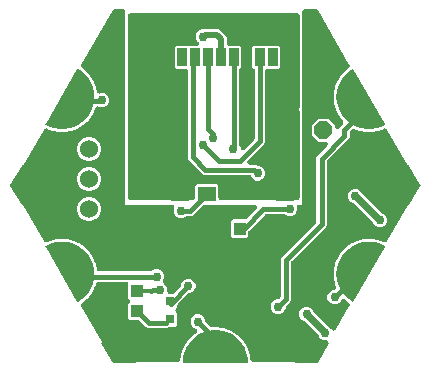
<source format=gbr>
G04 EAGLE Gerber RS-274X export*
G75*
%MOMM*%
%FSLAX34Y34*%
%LPD*%
%INTop Copper*%
%IPPOS*%
%AMOC8*
5,1,8,0,0,1.08239X$1,22.5*%
G01*
%ADD10R,0.800000X0.800000*%
%ADD11R,1.100000X1.000000*%
%ADD12R,1.000000X1.100000*%
%ADD13R,0.812800X1.498600*%
%ADD14R,1.397000X1.701800*%
%ADD15R,1.143000X1.498600*%
%ADD16R,1.498600X1.143000*%
%ADD17C,1.000000*%
%ADD18P,1.649562X8X22.500000*%
%ADD19C,1.524000*%
%ADD20C,0.406400*%
%ADD21C,0.756400*%
%ADD22C,0.508000*%
%ADD23C,0.609600*%
%ADD24C,0.254000*%
%ADD25C,0.304800*%

G36*
X279138Y194946D02*
X279138Y194946D01*
X279166Y194944D01*
X279234Y194966D01*
X279305Y194980D01*
X279328Y194996D01*
X279355Y195005D01*
X279410Y195052D01*
X279469Y195093D01*
X279484Y195117D01*
X279506Y195135D01*
X279537Y195200D01*
X279576Y195260D01*
X279581Y195288D01*
X279593Y195314D01*
X279602Y195415D01*
X279609Y195457D01*
X279607Y195467D01*
X279608Y195480D01*
X279551Y196195D01*
X315087Y196195D01*
X315230Y196209D01*
X315375Y196215D01*
X315431Y196229D01*
X315488Y196235D01*
X315625Y196277D01*
X315766Y196311D01*
X315818Y196336D01*
X315873Y196353D01*
X316000Y196421D01*
X316130Y196483D01*
X316176Y196517D01*
X316227Y196545D01*
X316338Y196637D01*
X316453Y196723D01*
X316492Y196765D01*
X316536Y196802D01*
X316626Y196915D01*
X316723Y197022D01*
X316752Y197071D01*
X316788Y197116D01*
X316855Y197244D01*
X316928Y197368D01*
X316947Y197422D01*
X316974Y197473D01*
X317014Y197612D01*
X317061Y197748D01*
X317072Y197813D01*
X317085Y197860D01*
X317092Y197943D01*
X317113Y198076D01*
X317114Y198093D01*
X317112Y198169D01*
X317120Y198244D01*
X317118Y198261D01*
X317118Y198262D01*
X317117Y198270D01*
X317107Y198369D01*
X317104Y198495D01*
X317087Y198569D01*
X317080Y198645D01*
X317043Y198765D01*
X317018Y198873D01*
X317214Y199732D01*
X317223Y199798D01*
X317237Y199890D01*
X317238Y199892D01*
X317238Y199895D01*
X317260Y200032D01*
X317326Y200917D01*
X317359Y200958D01*
X317418Y201069D01*
X317484Y201174D01*
X317512Y201246D01*
X317547Y201314D01*
X317597Y201469D01*
X317628Y201551D01*
X317634Y201586D01*
X317647Y201630D01*
X317840Y202473D01*
X317849Y202549D01*
X317868Y202623D01*
X317874Y202748D01*
X317890Y202872D01*
X317885Y202948D01*
X317888Y203025D01*
X317870Y203149D01*
X317862Y203260D01*
X318184Y204080D01*
X318202Y204145D01*
X318273Y204370D01*
X318470Y205236D01*
X318509Y205271D01*
X318584Y205371D01*
X318666Y205466D01*
X318703Y205533D01*
X318749Y205594D01*
X318820Y205741D01*
X318863Y205817D01*
X318874Y205851D01*
X318895Y205892D01*
X319211Y206697D01*
X319231Y206771D01*
X319261Y206841D01*
X319286Y206964D01*
X319320Y207085D01*
X319326Y207161D01*
X319341Y207236D01*
X319341Y207361D01*
X319349Y207472D01*
X319790Y208236D01*
X319818Y208297D01*
X319922Y208509D01*
X320246Y209335D01*
X320289Y209364D01*
X320378Y209453D01*
X320473Y209534D01*
X320520Y209594D01*
X320574Y209648D01*
X320667Y209783D01*
X320721Y209851D01*
X320737Y209883D01*
X320763Y209921D01*
X321195Y210670D01*
X321227Y210740D01*
X321267Y210805D01*
X321310Y210923D01*
X321361Y211037D01*
X321378Y211111D01*
X321405Y211183D01*
X321423Y211307D01*
X321448Y211416D01*
X321998Y212105D01*
X322034Y212161D01*
X322169Y212356D01*
X322612Y213124D01*
X322660Y213146D01*
X322761Y213221D01*
X322867Y213287D01*
X322922Y213340D01*
X322984Y213385D01*
X323096Y213504D01*
X323159Y213564D01*
X323180Y213593D01*
X323211Y213627D01*
X323750Y214303D01*
X323792Y214367D01*
X323841Y214426D01*
X323901Y214535D01*
X323969Y214641D01*
X323997Y214712D01*
X324034Y214779D01*
X324071Y214899D01*
X324112Y215003D01*
X324757Y215602D01*
X324802Y215653D01*
X324964Y215824D01*
X325517Y216518D01*
X325567Y216533D01*
X325678Y216591D01*
X325793Y216641D01*
X325856Y216685D01*
X325923Y216721D01*
X326052Y216822D01*
X326123Y216872D01*
X326148Y216897D01*
X326184Y216926D01*
X326818Y217514D01*
X326869Y217571D01*
X326926Y217622D01*
X327002Y217722D01*
X327085Y217816D01*
X327123Y217882D01*
X327169Y217943D01*
X327224Y218056D01*
X327280Y218152D01*
X328008Y218649D01*
X328059Y218692D01*
X328245Y218838D01*
X328896Y219441D01*
X328947Y219449D01*
X329065Y219490D01*
X329187Y219522D01*
X329255Y219556D01*
X329327Y219581D01*
X329469Y219662D01*
X329548Y219700D01*
X329576Y219722D01*
X329616Y219745D01*
X330330Y220232D01*
X330389Y220281D01*
X330453Y220323D01*
X330543Y220410D01*
X330639Y220491D01*
X330687Y220551D01*
X330741Y220604D01*
X330812Y220707D01*
X330890Y220805D01*
X330925Y220873D01*
X330969Y220936D01*
X331020Y221052D01*
X331093Y221153D01*
X331188Y221273D01*
X331210Y221315D01*
X331238Y221354D01*
X331302Y221494D01*
X331372Y221631D01*
X331385Y221677D01*
X331405Y221721D01*
X331440Y221870D01*
X331482Y222018D01*
X331486Y222066D01*
X331496Y222113D01*
X331501Y222267D01*
X331513Y222419D01*
X331507Y222467D01*
X331509Y222515D01*
X331483Y222667D01*
X331464Y222819D01*
X331449Y222865D01*
X331441Y222912D01*
X331386Y223055D01*
X331338Y223201D01*
X331314Y223243D01*
X331297Y223288D01*
X331214Y223418D01*
X331138Y223551D01*
X331107Y223587D01*
X331081Y223628D01*
X330975Y223739D01*
X330874Y223855D01*
X330836Y223884D01*
X330802Y223919D01*
X330676Y224006D01*
X330555Y224100D01*
X330506Y224125D01*
X330472Y224149D01*
X330393Y224183D01*
X330260Y224252D01*
X328350Y225043D01*
X326643Y226750D01*
X325719Y228980D01*
X325719Y231395D01*
X326643Y233625D01*
X328350Y235332D01*
X330580Y236256D01*
X332995Y236256D01*
X335225Y235332D01*
X336932Y233625D01*
X337856Y231395D01*
X337856Y231068D01*
X337859Y231041D01*
X337857Y231014D01*
X337879Y230841D01*
X337896Y230667D01*
X337904Y230642D01*
X337907Y230615D01*
X337963Y230449D01*
X338014Y230282D01*
X338027Y230259D01*
X338036Y230233D01*
X338123Y230082D01*
X338206Y229928D01*
X338223Y229908D01*
X338236Y229884D01*
X338451Y229631D01*
X342336Y225746D01*
X342357Y225729D01*
X342375Y225709D01*
X342513Y225602D01*
X342648Y225491D01*
X342672Y225479D01*
X342693Y225462D01*
X342850Y225384D01*
X343004Y225302D01*
X343029Y225295D01*
X343053Y225283D01*
X343223Y225237D01*
X343390Y225188D01*
X343416Y225185D01*
X343442Y225178D01*
X343773Y225151D01*
X344331Y225151D01*
X344398Y225158D01*
X344634Y225174D01*
X345511Y225306D01*
X345558Y225283D01*
X345679Y225250D01*
X345797Y225209D01*
X345873Y225198D01*
X345947Y225178D01*
X346110Y225165D01*
X346196Y225153D01*
X346232Y225155D01*
X346278Y225151D01*
X347142Y225151D01*
X347218Y225159D01*
X347295Y225157D01*
X347418Y225179D01*
X347543Y225191D01*
X347616Y225214D01*
X347691Y225227D01*
X347808Y225272D01*
X347915Y225305D01*
X348786Y225174D01*
X348853Y225171D01*
X349089Y225151D01*
X349976Y225151D01*
X350019Y225121D01*
X350134Y225071D01*
X350244Y225012D01*
X350318Y224991D01*
X350388Y224960D01*
X350547Y224922D01*
X350630Y224898D01*
X350666Y224894D01*
X350711Y224884D01*
X351566Y224755D01*
X351642Y224751D01*
X351718Y224738D01*
X351843Y224741D01*
X351968Y224735D01*
X352043Y224746D01*
X352120Y224748D01*
X352242Y224776D01*
X352352Y224792D01*
X353195Y224532D01*
X353261Y224519D01*
X353491Y224465D01*
X354368Y224333D01*
X354406Y224297D01*
X354512Y224230D01*
X354612Y224155D01*
X354682Y224123D01*
X354746Y224082D01*
X354898Y224021D01*
X354977Y223984D01*
X355012Y223976D01*
X355054Y223959D01*
X355881Y223704D01*
X355956Y223689D01*
X356028Y223664D01*
X356153Y223649D01*
X356275Y223624D01*
X356352Y223624D01*
X356428Y223614D01*
X356553Y223623D01*
X356664Y223623D01*
X357458Y223241D01*
X357521Y223218D01*
X357741Y223130D01*
X358589Y222869D01*
X358621Y222827D01*
X358715Y222746D01*
X358804Y222657D01*
X358868Y222614D01*
X358926Y222564D01*
X359066Y222482D01*
X359139Y222433D01*
X359172Y222420D01*
X359212Y222396D01*
X359991Y222021D01*
X360062Y221995D01*
X360131Y221960D01*
X360251Y221926D01*
X360369Y221883D01*
X360445Y221872D01*
X360518Y221851D01*
X360643Y221842D01*
X360753Y221825D01*
X361482Y221329D01*
X361541Y221296D01*
X361745Y221177D01*
X362544Y220792D01*
X362569Y220746D01*
X362651Y220651D01*
X362725Y220550D01*
X362782Y220499D01*
X362832Y220441D01*
X362958Y220338D01*
X363023Y220280D01*
X363054Y220261D01*
X363090Y220232D01*
X363804Y219745D01*
X363871Y219708D01*
X363933Y219664D01*
X364048Y219612D01*
X364158Y219552D01*
X364231Y219530D01*
X364300Y219498D01*
X364423Y219470D01*
X364529Y219437D01*
X365175Y218838D01*
X365229Y218797D01*
X365412Y218649D01*
X366146Y218149D01*
X366164Y218100D01*
X366231Y217994D01*
X366289Y217883D01*
X366337Y217824D01*
X366378Y217759D01*
X366488Y217639D01*
X366543Y217571D01*
X366571Y217548D01*
X366602Y217514D01*
X367236Y216926D01*
X367297Y216880D01*
X367351Y216826D01*
X367457Y216758D01*
X367557Y216683D01*
X367625Y216649D01*
X367690Y216608D01*
X367806Y216562D01*
X367907Y216513D01*
X368456Y215824D01*
X368503Y215776D01*
X368663Y215602D01*
X369313Y214998D01*
X369324Y214947D01*
X369374Y214833D01*
X369415Y214714D01*
X369454Y214648D01*
X369485Y214578D01*
X369575Y214443D01*
X369620Y214368D01*
X369644Y214341D01*
X369670Y214303D01*
X370209Y213627D01*
X370262Y213572D01*
X370308Y213511D01*
X370402Y213428D01*
X370490Y213338D01*
X370553Y213295D01*
X370610Y213244D01*
X370719Y213182D01*
X370811Y213119D01*
X371251Y212356D01*
X371291Y212301D01*
X371422Y212105D01*
X371976Y211411D01*
X371979Y211359D01*
X372011Y211238D01*
X372034Y211115D01*
X372063Y211044D01*
X372083Y210970D01*
X372152Y210822D01*
X372185Y210742D01*
X372205Y210712D01*
X372224Y210670D01*
X372657Y209921D01*
X372702Y209859D01*
X372738Y209792D01*
X372819Y209696D01*
X372892Y209594D01*
X372948Y209542D01*
X372997Y209483D01*
X373095Y209405D01*
X373176Y209329D01*
X373498Y208509D01*
X373529Y208449D01*
X373630Y208235D01*
X374074Y207467D01*
X374069Y207415D01*
X374083Y207291D01*
X374088Y207165D01*
X374105Y207091D01*
X374114Y207015D01*
X374161Y206859D01*
X374181Y206774D01*
X374196Y206741D01*
X374209Y206697D01*
X374525Y205892D01*
X374560Y205824D01*
X374586Y205752D01*
X374652Y205645D01*
X374709Y205534D01*
X374756Y205474D01*
X374796Y205409D01*
X374881Y205317D01*
X374951Y205230D01*
X375147Y204370D01*
X375168Y204307D01*
X375236Y204080D01*
X375561Y203254D01*
X375548Y203204D01*
X375544Y203078D01*
X375529Y202954D01*
X375536Y202878D01*
X375533Y202801D01*
X375556Y202640D01*
X375564Y202553D01*
X375574Y202518D01*
X375580Y202473D01*
X375773Y201630D01*
X375797Y201557D01*
X375812Y201482D01*
X375861Y201367D01*
X375901Y201248D01*
X375939Y201182D01*
X375968Y201111D01*
X376039Y201008D01*
X376095Y200911D01*
X376160Y200032D01*
X376172Y199966D01*
X376206Y199732D01*
X376403Y198867D01*
X376384Y198820D01*
X376360Y198696D01*
X376327Y198575D01*
X376323Y198499D01*
X376308Y198425D01*
X376307Y198260D01*
X376305Y198235D01*
X376302Y198190D01*
X376302Y198186D01*
X376301Y198173D01*
X376306Y198138D01*
X376306Y198093D01*
X376307Y198076D01*
X376332Y197934D01*
X376349Y197791D01*
X376367Y197736D01*
X376377Y197679D01*
X376429Y197545D01*
X376474Y197408D01*
X376502Y197358D01*
X376523Y197304D01*
X376601Y197183D01*
X376671Y197057D01*
X376709Y197013D01*
X376740Y196965D01*
X376841Y196861D01*
X376935Y196752D01*
X376980Y196717D01*
X377020Y196676D01*
X377139Y196594D01*
X377253Y196506D01*
X377304Y196480D01*
X377352Y196447D01*
X377484Y196390D01*
X377613Y196326D01*
X377669Y196311D01*
X377722Y196289D01*
X377863Y196259D01*
X378002Y196222D01*
X378068Y196216D01*
X378116Y196206D01*
X378199Y196206D01*
X378333Y196195D01*
X413869Y196195D01*
X413812Y195480D01*
X413816Y195451D01*
X413811Y195423D01*
X413828Y195354D01*
X413836Y195282D01*
X413851Y195258D01*
X413857Y195230D01*
X413900Y195172D01*
X413936Y195110D01*
X413958Y195093D01*
X413975Y195070D01*
X414037Y195033D01*
X414094Y194990D01*
X414122Y194983D01*
X414146Y194968D01*
X414246Y194952D01*
X414287Y194941D01*
X414297Y194943D01*
X414310Y194941D01*
X433310Y194941D01*
X433386Y194956D01*
X433464Y194965D01*
X433483Y194976D01*
X433505Y194980D01*
X433569Y195024D01*
X433637Y195063D01*
X433653Y195082D01*
X433669Y195093D01*
X433693Y195131D01*
X433743Y195191D01*
X443243Y211691D01*
X443252Y211718D01*
X443268Y211742D01*
X443283Y211812D01*
X443306Y211880D01*
X443303Y211908D01*
X443309Y211936D01*
X443296Y212007D01*
X443290Y212078D01*
X443277Y212103D01*
X443271Y212131D01*
X443231Y212191D01*
X443198Y212254D01*
X443176Y212272D01*
X443160Y212296D01*
X443077Y212354D01*
X443045Y212381D01*
X443034Y212384D01*
X443024Y212391D01*
X441975Y212887D01*
X441962Y212998D01*
X441945Y213051D01*
X441936Y213105D01*
X441883Y213241D01*
X441838Y213381D01*
X441810Y213429D01*
X441790Y213481D01*
X441712Y213604D01*
X441640Y213731D01*
X441604Y213773D01*
X441574Y213820D01*
X441472Y213926D01*
X441377Y214036D01*
X441333Y214070D01*
X441294Y214110D01*
X441174Y214193D01*
X441058Y214283D01*
X441009Y214308D01*
X440963Y214339D01*
X440829Y214397D01*
X440698Y214462D01*
X440644Y214477D01*
X440593Y214498D01*
X440451Y214529D01*
X440309Y214567D01*
X440246Y214572D01*
X440199Y214582D01*
X440116Y214583D01*
X439978Y214594D01*
X438530Y214594D01*
X436300Y215518D01*
X434593Y217225D01*
X434013Y218624D01*
X433999Y218651D01*
X433989Y218681D01*
X433904Y218828D01*
X433823Y218978D01*
X433803Y219002D01*
X433788Y219030D01*
X433573Y219283D01*
X422483Y230373D01*
X422458Y230393D01*
X422438Y230416D01*
X422303Y230520D01*
X422171Y230628D01*
X422143Y230643D01*
X422119Y230662D01*
X421824Y230813D01*
X420425Y231393D01*
X418718Y233100D01*
X417794Y235330D01*
X417794Y237745D01*
X418718Y239975D01*
X420425Y241682D01*
X422655Y242606D01*
X425070Y242606D01*
X427300Y241682D01*
X429007Y239975D01*
X429587Y238576D01*
X429601Y238549D01*
X429611Y238519D01*
X429696Y238372D01*
X429777Y238222D01*
X429797Y238198D01*
X429812Y238170D01*
X430027Y237917D01*
X441117Y226827D01*
X441142Y226807D01*
X441162Y226784D01*
X441297Y226680D01*
X441429Y226572D01*
X441457Y226557D01*
X441481Y226538D01*
X441776Y226387D01*
X443175Y225807D01*
X444882Y224100D01*
X445020Y223768D01*
X445057Y223699D01*
X445085Y223627D01*
X445151Y223523D01*
X445210Y223413D01*
X445260Y223353D01*
X445301Y223288D01*
X445388Y223198D01*
X445466Y223103D01*
X445527Y223054D01*
X445581Y222998D01*
X445683Y222927D01*
X445779Y222849D01*
X445848Y222813D01*
X445912Y222769D01*
X446026Y222720D01*
X446136Y222662D01*
X446210Y222640D01*
X446282Y222609D01*
X446403Y222584D01*
X446522Y222549D01*
X446600Y222542D01*
X446676Y222526D01*
X446800Y222525D01*
X446923Y222514D01*
X447000Y222523D01*
X447078Y222522D01*
X447200Y222545D01*
X447323Y222559D01*
X447397Y222583D01*
X447474Y222598D01*
X447588Y222645D01*
X447707Y222683D01*
X447775Y222721D01*
X447846Y222750D01*
X447950Y222818D01*
X448058Y222879D01*
X448117Y222929D01*
X448182Y222972D01*
X448270Y223060D01*
X448364Y223141D01*
X448412Y223202D01*
X448467Y223257D01*
X448558Y223389D01*
X448612Y223458D01*
X448629Y223491D01*
X448656Y223530D01*
X460138Y243418D01*
X460197Y243550D01*
X460264Y243679D01*
X460280Y243733D01*
X460304Y243785D01*
X460336Y243926D01*
X460376Y244065D01*
X460381Y244122D01*
X460394Y244177D01*
X460398Y244322D01*
X460410Y244467D01*
X460403Y244523D01*
X460405Y244580D01*
X460380Y244723D01*
X460363Y244867D01*
X460346Y244921D01*
X460336Y244976D01*
X460284Y245112D01*
X460239Y245249D01*
X460211Y245299D01*
X460191Y245352D01*
X460113Y245474D01*
X460041Y245600D01*
X460004Y245643D01*
X459974Y245691D01*
X459873Y245796D01*
X459779Y245905D01*
X459732Y245943D01*
X459712Y245964D01*
X459707Y245968D01*
X459694Y245981D01*
X459626Y246029D01*
X459520Y246114D01*
X459512Y246119D01*
X459446Y246155D01*
X459385Y246199D01*
X459370Y246206D01*
X459363Y246210D01*
X459287Y246243D01*
X459270Y246251D01*
X459158Y246311D01*
X459087Y246333D01*
X459018Y246364D01*
X458894Y246393D01*
X458790Y246425D01*
X458143Y247025D01*
X458090Y247065D01*
X457906Y247214D01*
X457172Y247713D01*
X457154Y247762D01*
X457087Y247868D01*
X457029Y247979D01*
X456980Y248039D01*
X456940Y248103D01*
X456830Y248223D01*
X456775Y248291D01*
X456747Y248314D01*
X456716Y248348D01*
X456329Y248707D01*
X456189Y248813D01*
X456050Y248923D01*
X456028Y248935D01*
X456008Y248950D01*
X455849Y249027D01*
X455692Y249107D01*
X455668Y249114D01*
X455646Y249125D01*
X455474Y249169D01*
X455305Y249217D01*
X455280Y249219D01*
X455256Y249225D01*
X455079Y249234D01*
X454904Y249248D01*
X454879Y249245D01*
X454854Y249246D01*
X454679Y249221D01*
X454504Y249199D01*
X454480Y249191D01*
X454455Y249188D01*
X454289Y249128D01*
X454122Y249073D01*
X454100Y249060D01*
X454076Y249052D01*
X453925Y248960D01*
X453772Y248873D01*
X453753Y248857D01*
X453732Y248844D01*
X453601Y248725D01*
X453468Y248609D01*
X453453Y248589D01*
X453435Y248572D01*
X453331Y248430D01*
X453223Y248290D01*
X453210Y248265D01*
X453197Y248247D01*
X453163Y248172D01*
X453071Y247995D01*
X452820Y247387D01*
X451113Y245680D01*
X448882Y244756D01*
X446468Y244756D01*
X444237Y245680D01*
X442530Y247387D01*
X441606Y249618D01*
X441606Y252032D01*
X442530Y254263D01*
X444237Y255970D01*
X446468Y256894D01*
X446615Y256894D01*
X446641Y256896D01*
X446668Y256894D01*
X446842Y256916D01*
X447015Y256934D01*
X447041Y256941D01*
X447067Y256945D01*
X447233Y257000D01*
X447400Y257052D01*
X447424Y257065D01*
X447449Y257073D01*
X447601Y257160D01*
X447754Y257244D01*
X447775Y257261D01*
X447798Y257274D01*
X448051Y257489D01*
X448337Y257775D01*
X448339Y257777D01*
X448341Y257779D01*
X448467Y257933D01*
X448592Y258086D01*
X448594Y258089D01*
X448595Y258091D01*
X448691Y258273D01*
X448781Y258442D01*
X448782Y258445D01*
X448783Y258447D01*
X448839Y258637D01*
X448896Y258828D01*
X448896Y258831D01*
X448897Y258833D01*
X448914Y259023D01*
X448932Y259229D01*
X448932Y259232D01*
X448932Y259234D01*
X448921Y259332D01*
X448922Y259338D01*
X448918Y259360D01*
X448911Y259428D01*
X448889Y259629D01*
X448888Y259632D01*
X448888Y259634D01*
X448864Y259713D01*
X448861Y259736D01*
X448841Y259789D01*
X448792Y259952D01*
X448784Y259972D01*
X448773Y259994D01*
X448767Y260013D01*
X448744Y260055D01*
X448723Y260114D01*
X448658Y260220D01*
X448601Y260331D01*
X448553Y260392D01*
X448512Y260458D01*
X448428Y260549D01*
X448358Y260637D01*
X448162Y261496D01*
X448140Y261560D01*
X448072Y261786D01*
X447748Y262612D01*
X447760Y262663D01*
X447765Y262788D01*
X447779Y262912D01*
X447772Y262989D01*
X447775Y263065D01*
X447752Y263226D01*
X447744Y263314D01*
X447734Y263348D01*
X447728Y263393D01*
X447535Y264239D01*
X447510Y264311D01*
X447495Y264386D01*
X447446Y264502D01*
X447406Y264620D01*
X447368Y264687D01*
X447339Y264757D01*
X447268Y264861D01*
X447212Y264957D01*
X447146Y265836D01*
X447135Y265902D01*
X447101Y266136D01*
X446903Y267001D01*
X446923Y267050D01*
X446946Y267173D01*
X446979Y267293D01*
X446984Y267370D01*
X446998Y267445D01*
X446999Y267608D01*
X447005Y267695D01*
X447000Y267731D01*
X447000Y267777D01*
X446935Y268641D01*
X446922Y268717D01*
X446918Y268793D01*
X446887Y268914D01*
X446865Y269038D01*
X446837Y269109D01*
X446818Y269183D01*
X446764Y269296D01*
X446724Y269400D01*
X446789Y270279D01*
X446787Y270346D01*
X446789Y270582D01*
X446722Y271467D01*
X446749Y271512D01*
X446791Y271630D01*
X446841Y271745D01*
X446857Y271820D01*
X446882Y271892D01*
X446908Y272053D01*
X446926Y272138D01*
X446927Y272174D01*
X446934Y272220D01*
X446998Y273084D01*
X446997Y273161D01*
X447004Y273237D01*
X446992Y273362D01*
X446988Y273487D01*
X446972Y273561D01*
X446964Y273637D01*
X446927Y273757D01*
X446902Y273866D01*
X447098Y274725D01*
X447106Y274792D01*
X447143Y275025D01*
X447209Y275910D01*
X447242Y275951D01*
X447301Y276061D01*
X447368Y276167D01*
X447395Y276239D01*
X447431Y276306D01*
X447480Y276462D01*
X447511Y276544D01*
X447517Y276579D01*
X447531Y276623D01*
X447723Y277468D01*
X447733Y277544D01*
X447752Y277618D01*
X447758Y277743D01*
X447773Y277867D01*
X447768Y277944D01*
X447772Y278020D01*
X447753Y278144D01*
X447745Y278255D01*
X448066Y279076D01*
X448085Y279141D01*
X448156Y279366D01*
X448353Y280231D01*
X448392Y280266D01*
X448466Y280367D01*
X448548Y280462D01*
X448586Y280528D01*
X448631Y280590D01*
X448703Y280736D01*
X448746Y280812D01*
X448757Y280847D01*
X448777Y280888D01*
X449093Y281695D01*
X449114Y281769D01*
X449144Y281839D01*
X449169Y281962D01*
X449203Y282082D01*
X449208Y282159D01*
X449223Y282234D01*
X449224Y282359D01*
X449232Y282470D01*
X449672Y283233D01*
X449700Y283295D01*
X449804Y283507D01*
X450128Y284333D01*
X450171Y284362D01*
X450260Y284451D01*
X450355Y284532D01*
X450402Y284592D01*
X450456Y284646D01*
X450549Y284781D01*
X450603Y284850D01*
X450619Y284882D01*
X450645Y284919D01*
X451078Y285670D01*
X451110Y285740D01*
X451150Y285805D01*
X451192Y285923D01*
X451244Y286037D01*
X451261Y286112D01*
X451287Y286184D01*
X451306Y286307D01*
X451331Y286416D01*
X451880Y287105D01*
X451916Y287162D01*
X452051Y287356D01*
X452494Y288125D01*
X452542Y288147D01*
X452643Y288221D01*
X452749Y288288D01*
X452804Y288340D01*
X452866Y288386D01*
X452978Y288505D01*
X453041Y288565D01*
X453062Y288594D01*
X453093Y288628D01*
X453633Y289305D01*
X453675Y289370D01*
X453724Y289428D01*
X453784Y289539D01*
X453852Y289644D01*
X453880Y289715D01*
X453916Y289782D01*
X453953Y289902D01*
X453994Y290006D01*
X454640Y290605D01*
X454685Y290656D01*
X454846Y290828D01*
X455399Y291522D01*
X455449Y291536D01*
X455560Y291595D01*
X455675Y291645D01*
X455738Y291689D01*
X455806Y291724D01*
X455934Y291825D01*
X456005Y291875D01*
X456030Y291901D01*
X456066Y291929D01*
X456702Y292519D01*
X456752Y292577D01*
X456810Y292627D01*
X456885Y292727D01*
X456968Y292821D01*
X457006Y292887D01*
X457053Y292948D01*
X457107Y293061D01*
X457163Y293158D01*
X457891Y293654D01*
X457943Y293698D01*
X458128Y293844D01*
X458778Y294447D01*
X458830Y294455D01*
X458949Y294496D01*
X459069Y294528D01*
X459138Y294562D01*
X459210Y294587D01*
X459352Y294668D01*
X459430Y294707D01*
X459459Y294729D01*
X459499Y294751D01*
X460215Y295240D01*
X460274Y295289D01*
X460338Y295331D01*
X460427Y295418D01*
X460523Y295499D01*
X460571Y295558D01*
X460626Y295612D01*
X460697Y295715D01*
X460766Y295802D01*
X461560Y296185D01*
X461617Y296220D01*
X461823Y296337D01*
X462556Y296837D01*
X462608Y296836D01*
X462731Y296860D01*
X462856Y296873D01*
X462928Y296897D01*
X463004Y296911D01*
X463156Y296969D01*
X463239Y296996D01*
X463270Y297014D01*
X463313Y297030D01*
X464094Y297406D01*
X464159Y297446D01*
X464229Y297478D01*
X464331Y297551D01*
X464438Y297616D01*
X464494Y297668D01*
X464556Y297713D01*
X464641Y297805D01*
X464723Y297881D01*
X465565Y298140D01*
X465627Y298167D01*
X465848Y298251D01*
X466647Y298637D01*
X466698Y298628D01*
X466824Y298633D01*
X466949Y298628D01*
X467024Y298640D01*
X467101Y298643D01*
X467260Y298678D01*
X467346Y298692D01*
X467380Y298705D01*
X467425Y298715D01*
X468253Y298971D01*
X468324Y299000D01*
X468397Y299021D01*
X468509Y299078D01*
X468624Y299127D01*
X468687Y299170D01*
X468756Y299205D01*
X468853Y299283D01*
X468946Y299346D01*
X469817Y299477D01*
X469882Y299494D01*
X470113Y299545D01*
X470961Y299807D01*
X471010Y299791D01*
X471135Y299777D01*
X471258Y299753D01*
X471335Y299754D01*
X471411Y299745D01*
X471573Y299757D01*
X471661Y299757D01*
X471696Y299765D01*
X471742Y299768D01*
X472599Y299897D01*
X472673Y299916D01*
X472749Y299926D01*
X472867Y299966D01*
X472989Y299997D01*
X473058Y300030D01*
X473130Y300054D01*
X473239Y300117D01*
X473339Y300165D01*
X474221Y300165D01*
X474287Y300172D01*
X474523Y300188D01*
X475401Y300321D01*
X475448Y300298D01*
X475568Y300265D01*
X475687Y300224D01*
X475762Y300213D01*
X475836Y300193D01*
X475999Y300180D01*
X476085Y300168D01*
X476121Y300170D01*
X476167Y300166D01*
X477034Y300166D01*
X477110Y300174D01*
X477186Y300172D01*
X477310Y300194D01*
X477435Y300206D01*
X477508Y300229D01*
X477583Y300242D01*
X477699Y300288D01*
X477806Y300321D01*
X478678Y300190D01*
X478745Y300186D01*
X478980Y300167D01*
X479868Y300167D01*
X479910Y300137D01*
X480025Y300087D01*
X480136Y300028D01*
X480209Y300007D01*
X480279Y299976D01*
X480438Y299939D01*
X480522Y299914D01*
X480558Y299911D01*
X480602Y299900D01*
X481460Y299771D01*
X481536Y299767D01*
X481611Y299754D01*
X481737Y299757D01*
X481862Y299751D01*
X481937Y299762D01*
X482014Y299764D01*
X482136Y299792D01*
X482246Y299809D01*
X483088Y299549D01*
X483154Y299536D01*
X483384Y299482D01*
X484262Y299350D01*
X484300Y299314D01*
X484406Y299247D01*
X484506Y299173D01*
X484576Y299140D01*
X484641Y299099D01*
X484792Y299039D01*
X484871Y299002D01*
X484906Y298993D01*
X484949Y298976D01*
X485777Y298721D01*
X485852Y298706D01*
X485925Y298681D01*
X486049Y298666D01*
X486172Y298641D01*
X486248Y298641D01*
X486324Y298631D01*
X486449Y298641D01*
X486561Y298640D01*
X487355Y298258D01*
X487418Y298235D01*
X487637Y298148D01*
X488485Y297886D01*
X488518Y297844D01*
X488612Y297763D01*
X488701Y297675D01*
X488765Y297632D01*
X488823Y297582D01*
X488963Y297500D01*
X489036Y297451D01*
X489069Y297437D01*
X489110Y297414D01*
X489136Y297401D01*
X489270Y297353D01*
X489401Y297296D01*
X489459Y297284D01*
X489514Y297264D01*
X489655Y297242D01*
X489795Y297213D01*
X489854Y297212D01*
X489912Y297203D01*
X490055Y297210D01*
X490197Y297209D01*
X490256Y297220D01*
X490315Y297223D01*
X490453Y297258D01*
X490593Y297285D01*
X490648Y297307D01*
X490705Y297321D01*
X490834Y297383D01*
X490966Y297437D01*
X491015Y297469D01*
X491068Y297495D01*
X491182Y297581D01*
X491301Y297659D01*
X491343Y297701D01*
X491390Y297737D01*
X491485Y297843D01*
X491586Y297944D01*
X491625Y297999D01*
X491658Y298037D01*
X491700Y298108D01*
X491775Y298217D01*
X509518Y328949D01*
X510126Y328529D01*
X510153Y328518D01*
X510175Y328499D01*
X510244Y328479D01*
X510309Y328451D01*
X510338Y328451D01*
X510366Y328443D01*
X510437Y328451D01*
X510508Y328451D01*
X510535Y328462D01*
X510564Y328465D01*
X510626Y328500D01*
X510691Y328528D01*
X510712Y328548D01*
X510737Y328563D01*
X510800Y328640D01*
X510830Y328670D01*
X510834Y328680D01*
X510843Y328691D01*
X520343Y345191D01*
X520353Y345223D01*
X520362Y345236D01*
X520366Y345260D01*
X520367Y345264D01*
X520398Y345334D01*
X520398Y345358D01*
X520406Y345380D01*
X520400Y345456D01*
X520401Y345533D01*
X520391Y345557D01*
X520390Y345578D01*
X520369Y345617D01*
X520343Y345689D01*
X510843Y362189D01*
X510824Y362211D01*
X510811Y362237D01*
X510758Y362285D01*
X510711Y362338D01*
X510685Y362351D01*
X510664Y362370D01*
X510596Y362393D01*
X510532Y362424D01*
X510503Y362426D01*
X510476Y362435D01*
X510404Y362430D01*
X510333Y362433D01*
X510306Y362423D01*
X510277Y362421D01*
X510187Y362379D01*
X510147Y362364D01*
X510139Y362357D01*
X510126Y362351D01*
X509518Y361931D01*
X491775Y392663D01*
X491692Y392779D01*
X491615Y392900D01*
X491574Y392942D01*
X491540Y392991D01*
X491436Y393088D01*
X491337Y393191D01*
X491289Y393224D01*
X491245Y393265D01*
X491124Y393339D01*
X491007Y393421D01*
X490953Y393444D01*
X490902Y393476D01*
X490768Y393525D01*
X490638Y393582D01*
X490580Y393594D01*
X490524Y393614D01*
X490384Y393636D01*
X490244Y393666D01*
X490185Y393667D01*
X490126Y393676D01*
X489984Y393670D01*
X489842Y393672D01*
X489783Y393661D01*
X489724Y393658D01*
X489586Y393624D01*
X489446Y393598D01*
X489383Y393573D01*
X489333Y393561D01*
X489259Y393526D01*
X489136Y393479D01*
X489110Y393466D01*
X489044Y393426D01*
X488973Y393394D01*
X488872Y393321D01*
X488766Y393257D01*
X488709Y393204D01*
X488646Y393159D01*
X488562Y393068D01*
X488479Y392992D01*
X487637Y392732D01*
X487576Y392706D01*
X487355Y392622D01*
X486555Y392237D01*
X486504Y392245D01*
X486378Y392241D01*
X486253Y392246D01*
X486178Y392234D01*
X486101Y392231D01*
X485942Y392196D01*
X485856Y392182D01*
X485822Y392169D01*
X485777Y392159D01*
X484949Y391904D01*
X484878Y391874D01*
X484804Y391854D01*
X484693Y391797D01*
X484578Y391748D01*
X484514Y391705D01*
X484446Y391670D01*
X484348Y391592D01*
X484256Y391529D01*
X483384Y391398D01*
X483320Y391382D01*
X483088Y391331D01*
X482240Y391070D01*
X482191Y391086D01*
X482066Y391100D01*
X481943Y391123D01*
X481867Y391123D01*
X481791Y391131D01*
X481628Y391120D01*
X481541Y391119D01*
X481506Y391112D01*
X481460Y391109D01*
X480602Y390980D01*
X480528Y390961D01*
X480452Y390952D01*
X480334Y390912D01*
X480212Y390881D01*
X480143Y390848D01*
X480071Y390823D01*
X479962Y390761D01*
X479862Y390713D01*
X478980Y390713D01*
X478913Y390706D01*
X478678Y390690D01*
X477800Y390558D01*
X477753Y390582D01*
X477633Y390614D01*
X477514Y390656D01*
X477438Y390667D01*
X477365Y390686D01*
X477202Y390700D01*
X477116Y390712D01*
X477080Y390710D01*
X477034Y390714D01*
X476167Y390714D01*
X476091Y390706D01*
X476014Y390708D01*
X475891Y390687D01*
X475766Y390674D01*
X475693Y390652D01*
X475618Y390639D01*
X475501Y390593D01*
X475395Y390560D01*
X474523Y390692D01*
X474456Y390695D01*
X474221Y390715D01*
X473333Y390715D01*
X473290Y390745D01*
X473176Y390795D01*
X473065Y390854D01*
X472992Y390876D01*
X472922Y390906D01*
X472763Y390944D01*
X472679Y390969D01*
X472643Y390972D01*
X472599Y390983D01*
X471742Y391112D01*
X471665Y391116D01*
X471590Y391129D01*
X471464Y391126D01*
X471339Y391132D01*
X471264Y391121D01*
X471187Y391119D01*
X471065Y391092D01*
X470955Y391075D01*
X470113Y391335D01*
X470047Y391348D01*
X469817Y391403D01*
X468940Y391535D01*
X468902Y391571D01*
X468796Y391638D01*
X468695Y391713D01*
X468626Y391745D01*
X468561Y391786D01*
X468410Y391847D01*
X468331Y391884D01*
X468296Y391892D01*
X468253Y391909D01*
X467425Y392165D01*
X467350Y392180D01*
X467277Y392205D01*
X467153Y392220D01*
X467030Y392245D01*
X466954Y392245D01*
X466878Y392255D01*
X466753Y392246D01*
X466641Y392246D01*
X465848Y392629D01*
X465784Y392652D01*
X465565Y392740D01*
X464043Y393209D01*
X463917Y393235D01*
X463792Y393270D01*
X463720Y393275D01*
X463649Y393290D01*
X463520Y393290D01*
X463391Y393299D01*
X463319Y393290D01*
X463246Y393290D01*
X463119Y393265D01*
X462991Y393249D01*
X462922Y393226D01*
X462851Y393212D01*
X462732Y393162D01*
X462609Y393121D01*
X462547Y393084D01*
X462480Y393056D01*
X462373Y392984D01*
X462261Y392920D01*
X462196Y392865D01*
X462146Y392831D01*
X462093Y392778D01*
X462008Y392705D01*
X460844Y391541D01*
X460827Y391520D01*
X460806Y391503D01*
X460699Y391365D01*
X460589Y391230D01*
X460576Y391206D01*
X460560Y391185D01*
X460482Y391028D01*
X460400Y390874D01*
X460392Y390848D01*
X460380Y390824D01*
X460335Y390655D01*
X460285Y390488D01*
X460283Y390461D01*
X460276Y390435D01*
X460249Y390105D01*
X460249Y386519D01*
X459591Y384932D01*
X441476Y366817D01*
X441459Y366796D01*
X441439Y366778D01*
X441332Y366640D01*
X441221Y366505D01*
X441209Y366481D01*
X441192Y366460D01*
X441114Y366303D01*
X441032Y366149D01*
X441025Y366124D01*
X441013Y366100D01*
X440967Y365930D01*
X440918Y365763D01*
X440915Y365737D01*
X440908Y365711D01*
X440881Y365380D01*
X440881Y311878D01*
X440224Y310291D01*
X411314Y281381D01*
X411297Y281360D01*
X411276Y281343D01*
X411169Y281205D01*
X411059Y281070D01*
X411046Y281046D01*
X411030Y281025D01*
X410952Y280868D01*
X410870Y280714D01*
X410862Y280688D01*
X410850Y280664D01*
X410805Y280495D01*
X410755Y280328D01*
X410753Y280301D01*
X410746Y280275D01*
X410719Y279945D01*
X410719Y248378D01*
X410061Y246791D01*
X406714Y243444D01*
X406697Y243423D01*
X406676Y243405D01*
X406569Y243267D01*
X406459Y243132D01*
X406446Y243108D01*
X406430Y243087D01*
X406352Y242930D01*
X406270Y242776D01*
X406262Y242751D01*
X406250Y242727D01*
X406205Y242557D01*
X406155Y242390D01*
X406153Y242364D01*
X406146Y242338D01*
X406119Y242007D01*
X406119Y241680D01*
X405195Y239450D01*
X403488Y237743D01*
X401257Y236819D01*
X398843Y236819D01*
X396612Y237743D01*
X394905Y239450D01*
X393981Y241680D01*
X393981Y244095D01*
X394905Y246325D01*
X396612Y248032D01*
X398843Y248956D01*
X399170Y248956D01*
X399196Y248959D01*
X399223Y248957D01*
X399397Y248979D01*
X399570Y248996D01*
X399596Y249004D01*
X399622Y249007D01*
X399788Y249063D01*
X399955Y249114D01*
X399979Y249127D01*
X400004Y249136D01*
X400156Y249223D01*
X400309Y249306D01*
X400330Y249323D01*
X400353Y249336D01*
X400606Y249551D01*
X401486Y250431D01*
X401503Y250452D01*
X401524Y250470D01*
X401631Y250608D01*
X401741Y250743D01*
X401754Y250767D01*
X401770Y250788D01*
X401848Y250945D01*
X401930Y251099D01*
X401938Y251124D01*
X401950Y251148D01*
X401995Y251318D01*
X402045Y251485D01*
X402047Y251511D01*
X402054Y251537D01*
X402081Y251868D01*
X402081Y283434D01*
X402739Y285021D01*
X431649Y313931D01*
X431666Y313952D01*
X431686Y313970D01*
X431793Y314108D01*
X431904Y314243D01*
X431916Y314267D01*
X431933Y314288D01*
X432011Y314445D01*
X432093Y314599D01*
X432100Y314624D01*
X432112Y314648D01*
X432158Y314818D01*
X432207Y314985D01*
X432210Y315011D01*
X432217Y315037D01*
X432244Y315368D01*
X432244Y368870D01*
X432901Y370457D01*
X434402Y371957D01*
X441183Y378738D01*
X441188Y378745D01*
X441195Y378751D01*
X441315Y378900D01*
X441438Y379050D01*
X441442Y379058D01*
X441447Y379065D01*
X441536Y379235D01*
X441626Y379405D01*
X441629Y379414D01*
X441633Y379422D01*
X441686Y379607D01*
X441741Y379791D01*
X441742Y379800D01*
X441744Y379809D01*
X441760Y380000D01*
X441777Y380192D01*
X441777Y380201D01*
X441777Y380210D01*
X441755Y380399D01*
X441734Y380593D01*
X441731Y380601D01*
X441730Y380610D01*
X441671Y380792D01*
X441613Y380976D01*
X441608Y380984D01*
X441605Y380993D01*
X441510Y381161D01*
X441418Y381329D01*
X441412Y381335D01*
X441408Y381343D01*
X441282Y381489D01*
X441157Y381636D01*
X441150Y381641D01*
X441144Y381648D01*
X440993Y381765D01*
X440841Y381885D01*
X440833Y381889D01*
X440826Y381895D01*
X440654Y381980D01*
X440482Y382068D01*
X440474Y382070D01*
X440466Y382074D01*
X440279Y382124D01*
X440095Y382176D01*
X440086Y382176D01*
X440077Y382179D01*
X439746Y382206D01*
X434047Y382206D01*
X428243Y388009D01*
X428243Y396216D01*
X434047Y402019D01*
X442253Y402019D01*
X448057Y396216D01*
X448057Y395224D01*
X448057Y395220D01*
X448057Y395216D01*
X448077Y395021D01*
X448097Y394824D01*
X448098Y394820D01*
X448098Y394815D01*
X448157Y394627D01*
X448215Y394439D01*
X448217Y394435D01*
X448218Y394431D01*
X448314Y394256D01*
X448407Y394085D01*
X448409Y394081D01*
X448412Y394077D01*
X448540Y393925D01*
X448664Y393776D01*
X448668Y393773D01*
X448671Y393769D01*
X448827Y393644D01*
X448978Y393523D01*
X448982Y393521D01*
X448985Y393518D01*
X449166Y393426D01*
X449335Y393338D01*
X449340Y393337D01*
X449344Y393334D01*
X449534Y393280D01*
X449722Y393226D01*
X449727Y393226D01*
X449731Y393225D01*
X449923Y393210D01*
X450124Y393193D01*
X450128Y393194D01*
X450132Y393194D01*
X450326Y393217D01*
X450523Y393240D01*
X450528Y393242D01*
X450532Y393242D01*
X450717Y393304D01*
X450906Y393365D01*
X450910Y393367D01*
X450914Y393369D01*
X451083Y393465D01*
X451257Y393563D01*
X451260Y393566D01*
X451264Y393568D01*
X451411Y393696D01*
X451561Y393826D01*
X451564Y393830D01*
X451568Y393833D01*
X451688Y393990D01*
X451808Y394144D01*
X451810Y394148D01*
X451813Y394152D01*
X451965Y394447D01*
X452269Y395181D01*
X454561Y397474D01*
X454596Y397517D01*
X454637Y397554D01*
X454724Y397672D01*
X454816Y397785D01*
X454842Y397834D01*
X454875Y397879D01*
X454936Y398012D01*
X455005Y398141D01*
X455021Y398194D01*
X455044Y398245D01*
X455078Y398387D01*
X455120Y398527D01*
X455125Y398582D01*
X455137Y398636D01*
X455143Y398782D01*
X455156Y398928D01*
X455150Y398983D01*
X455152Y399039D01*
X455128Y399183D01*
X455113Y399328D01*
X455096Y399381D01*
X455087Y399436D01*
X455035Y399573D01*
X454991Y399712D01*
X454964Y399760D01*
X454945Y399813D01*
X454867Y399937D01*
X454796Y400064D01*
X454760Y400107D01*
X454731Y400154D01*
X454586Y400312D01*
X454536Y400371D01*
X454522Y400382D01*
X454507Y400399D01*
X453990Y400879D01*
X453979Y400930D01*
X453929Y401045D01*
X453888Y401163D01*
X453849Y401229D01*
X453818Y401299D01*
X453727Y401435D01*
X453683Y401510D01*
X453659Y401536D01*
X453633Y401575D01*
X453093Y402252D01*
X453040Y402307D01*
X452993Y402368D01*
X452900Y402451D01*
X452812Y402541D01*
X452749Y402584D01*
X452692Y402635D01*
X452583Y402698D01*
X452491Y402760D01*
X452051Y403524D01*
X452012Y403578D01*
X451880Y403775D01*
X451327Y404469D01*
X451324Y404521D01*
X451291Y404642D01*
X451268Y404765D01*
X451240Y404836D01*
X451220Y404910D01*
X451150Y405057D01*
X451118Y405138D01*
X451098Y405168D01*
X451078Y405210D01*
X450645Y405961D01*
X450600Y406023D01*
X450564Y406090D01*
X450483Y406186D01*
X450410Y406288D01*
X450354Y406340D01*
X450305Y406398D01*
X450207Y406477D01*
X450126Y406553D01*
X449804Y407373D01*
X449773Y407433D01*
X449672Y407647D01*
X449229Y408415D01*
X449233Y408467D01*
X449220Y408592D01*
X449215Y408717D01*
X449197Y408791D01*
X449189Y408867D01*
X449142Y409024D01*
X449122Y409109D01*
X449107Y409141D01*
X449093Y409185D01*
X448777Y409992D01*
X448742Y410060D01*
X448716Y410132D01*
X448651Y410239D01*
X448594Y410351D01*
X448546Y410411D01*
X448506Y410476D01*
X448421Y410568D01*
X448352Y410655D01*
X448156Y411514D01*
X448134Y411578D01*
X448066Y411804D01*
X447742Y412630D01*
X447755Y412681D01*
X447760Y412806D01*
X447774Y412931D01*
X447767Y413007D01*
X447770Y413084D01*
X447747Y413245D01*
X447740Y413332D01*
X447730Y413366D01*
X447723Y413412D01*
X447531Y414257D01*
X447506Y414330D01*
X447491Y414405D01*
X447443Y414520D01*
X447403Y414639D01*
X447365Y414705D01*
X447335Y414776D01*
X447264Y414879D01*
X447209Y414976D01*
X447143Y415855D01*
X447132Y415921D01*
X447098Y416155D01*
X446901Y417020D01*
X446921Y417069D01*
X446944Y417192D01*
X446977Y417313D01*
X446982Y417389D01*
X446996Y417464D01*
X446997Y417627D01*
X447003Y417714D01*
X446998Y417750D01*
X446998Y417796D01*
X446934Y418660D01*
X446921Y418736D01*
X446917Y418812D01*
X446886Y418933D01*
X446864Y419057D01*
X446836Y419128D01*
X446818Y419202D01*
X446764Y419315D01*
X446723Y419419D01*
X446789Y420298D01*
X446787Y420366D01*
X446789Y420601D01*
X446723Y421486D01*
X446750Y421531D01*
X446791Y421649D01*
X446842Y421764D01*
X446858Y421839D01*
X446883Y421911D01*
X446909Y422073D01*
X446927Y422157D01*
X446928Y422193D01*
X446935Y422239D01*
X447000Y423103D01*
X446998Y423180D01*
X447006Y423256D01*
X446994Y423380D01*
X446990Y423506D01*
X446974Y423580D01*
X446966Y423656D01*
X446929Y423776D01*
X446905Y423885D01*
X447101Y424744D01*
X447109Y424811D01*
X447146Y425044D01*
X447213Y425929D01*
X447246Y425969D01*
X447305Y426080D01*
X447371Y426186D01*
X447399Y426257D01*
X447435Y426325D01*
X447484Y426481D01*
X447515Y426562D01*
X447521Y426597D01*
X447535Y426641D01*
X447728Y427487D01*
X447737Y427562D01*
X447756Y427637D01*
X447763Y427762D01*
X447778Y427886D01*
X447773Y427962D01*
X447776Y428039D01*
X447758Y428163D01*
X447750Y428274D01*
X448072Y429094D01*
X448090Y429159D01*
X448162Y429384D01*
X448359Y430249D01*
X448398Y430284D01*
X448473Y430385D01*
X448554Y430480D01*
X448592Y430546D01*
X448638Y430608D01*
X448709Y430754D01*
X448752Y430830D01*
X448763Y430864D01*
X448784Y430906D01*
X449101Y431712D01*
X449121Y431786D01*
X449151Y431857D01*
X449176Y431979D01*
X449210Y432100D01*
X449216Y432176D01*
X449231Y432251D01*
X449231Y432377D01*
X449240Y432488D01*
X449680Y433251D01*
X449708Y433312D01*
X449812Y433524D01*
X450137Y434350D01*
X450180Y434379D01*
X450269Y434467D01*
X450364Y434549D01*
X450411Y434609D01*
X450465Y434663D01*
X450558Y434797D01*
X450612Y434866D01*
X450628Y434898D01*
X450654Y434936D01*
X451088Y435687D01*
X451119Y435756D01*
X451159Y435822D01*
X451202Y435939D01*
X451254Y436053D01*
X451271Y436128D01*
X451297Y436200D01*
X451316Y436324D01*
X451341Y436433D01*
X451891Y437121D01*
X451927Y437178D01*
X452062Y437372D01*
X452506Y438140D01*
X452553Y438162D01*
X452654Y438237D01*
X452760Y438303D01*
X452816Y438356D01*
X452877Y438401D01*
X452977Y438507D01*
X452994Y438521D01*
X453005Y438535D01*
X453053Y438580D01*
X453073Y438609D01*
X453105Y438643D01*
X453645Y439320D01*
X453687Y439384D01*
X453736Y439443D01*
X453796Y439553D01*
X453864Y439658D01*
X453892Y439730D01*
X453929Y439797D01*
X453966Y439916D01*
X454007Y440020D01*
X454653Y440619D01*
X454697Y440669D01*
X454860Y440842D01*
X455413Y441535D01*
X455463Y441550D01*
X455574Y441608D01*
X455689Y441658D01*
X455751Y441702D01*
X455819Y441738D01*
X455948Y441838D01*
X456019Y441888D01*
X456044Y441914D01*
X456080Y441943D01*
X456716Y442532D01*
X456742Y442562D01*
X456768Y442584D01*
X456789Y442609D01*
X456824Y442640D01*
X456900Y442740D01*
X456983Y442834D01*
X457016Y442892D01*
X457021Y442897D01*
X457024Y442904D01*
X457067Y442961D01*
X457122Y443074D01*
X457178Y443170D01*
X457906Y443666D01*
X457957Y443709D01*
X458143Y443855D01*
X458794Y444459D01*
X458848Y444467D01*
X458965Y444508D01*
X459085Y444539D01*
X459155Y444574D01*
X459228Y444600D01*
X459360Y444675D01*
X459425Y444705D01*
X459432Y444711D01*
X459446Y444718D01*
X459475Y444740D01*
X459517Y444764D01*
X459525Y444769D01*
X459634Y444861D01*
X459748Y444946D01*
X459761Y444961D01*
X459765Y444963D01*
X459788Y444991D01*
X459833Y445028D01*
X459922Y445139D01*
X460017Y445245D01*
X460047Y445297D01*
X460084Y445343D01*
X460149Y445470D01*
X460222Y445592D01*
X460241Y445648D01*
X460268Y445701D01*
X460307Y445838D01*
X460354Y445972D01*
X460362Y446031D01*
X460378Y446088D01*
X460389Y446231D01*
X460409Y446371D01*
X460405Y446431D01*
X460409Y446490D01*
X460392Y446631D01*
X460384Y446773D01*
X460368Y446831D01*
X460361Y446890D01*
X460316Y447025D01*
X460280Y447162D01*
X460251Y447223D01*
X460235Y447272D01*
X460194Y447343D01*
X460138Y447462D01*
X433461Y493670D01*
X433408Y493743D01*
X433363Y493823D01*
X433290Y493907D01*
X433226Y493997D01*
X433159Y494059D01*
X433100Y494128D01*
X433012Y494195D01*
X432931Y494271D01*
X432853Y494319D01*
X432782Y494374D01*
X432682Y494424D01*
X432588Y494482D01*
X432503Y494513D01*
X432421Y494554D01*
X432314Y494582D01*
X432210Y494621D01*
X432120Y494635D01*
X432032Y494658D01*
X431895Y494669D01*
X431812Y494682D01*
X431765Y494680D01*
X431701Y494685D01*
X422275Y494685D01*
X422257Y494683D01*
X422239Y494685D01*
X422057Y494664D01*
X421874Y494645D01*
X421857Y494640D01*
X421840Y494638D01*
X421665Y494581D01*
X421489Y494527D01*
X421474Y494519D01*
X421457Y494513D01*
X421297Y494423D01*
X421135Y494335D01*
X421122Y494324D01*
X421106Y494315D01*
X420967Y494195D01*
X420826Y494078D01*
X420815Y494064D01*
X420802Y494052D01*
X420689Y493907D01*
X420574Y493764D01*
X420566Y493748D01*
X420555Y493734D01*
X420473Y493569D01*
X420388Y493407D01*
X420383Y493390D01*
X420375Y493374D01*
X420328Y493195D01*
X420277Y493020D01*
X420275Y493002D01*
X420271Y492985D01*
X420244Y492654D01*
X420244Y329056D01*
X417675Y329056D01*
X417657Y329054D01*
X417639Y329056D01*
X417457Y329035D01*
X417274Y329016D01*
X417257Y329011D01*
X417240Y329009D01*
X417065Y328952D01*
X416889Y328898D01*
X416874Y328890D01*
X416857Y328884D01*
X416697Y328794D01*
X416535Y328706D01*
X416522Y328695D01*
X416506Y328686D01*
X416367Y328566D01*
X416226Y328449D01*
X416215Y328435D01*
X416201Y328423D01*
X416089Y328278D01*
X415974Y328135D01*
X415966Y328119D01*
X415955Y328105D01*
X415873Y327940D01*
X415788Y327778D01*
X415783Y327761D01*
X415775Y327745D01*
X415728Y327566D01*
X415677Y327391D01*
X415675Y327373D01*
X415671Y327356D01*
X415644Y327025D01*
X415644Y324230D01*
X414720Y322000D01*
X413013Y320293D01*
X410782Y319369D01*
X408368Y319369D01*
X406137Y320293D01*
X405906Y320524D01*
X405886Y320541D01*
X405868Y320561D01*
X405730Y320668D01*
X405595Y320779D01*
X405571Y320791D01*
X405550Y320808D01*
X405393Y320886D01*
X405239Y320968D01*
X405213Y320975D01*
X405189Y320987D01*
X405021Y321032D01*
X404853Y321082D01*
X404826Y321085D01*
X404801Y321092D01*
X404470Y321119D01*
X389980Y321119D01*
X389954Y321116D01*
X389927Y321118D01*
X389753Y321096D01*
X389580Y321079D01*
X389554Y321071D01*
X389528Y321068D01*
X389362Y321012D01*
X389195Y320961D01*
X389171Y320948D01*
X389146Y320939D01*
X388994Y320852D01*
X388841Y320769D01*
X388820Y320752D01*
X388797Y320739D01*
X388544Y320524D01*
X375157Y307137D01*
X375140Y307116D01*
X375119Y307098D01*
X375012Y306960D01*
X374902Y306825D01*
X374889Y306801D01*
X374873Y306780D01*
X374795Y306623D01*
X374713Y306469D01*
X374705Y306444D01*
X374693Y306420D01*
X374648Y306250D01*
X374598Y306083D01*
X374596Y306057D01*
X374589Y306031D01*
X374562Y305700D01*
X374562Y302480D01*
X373222Y301141D01*
X361328Y301141D01*
X359988Y302480D01*
X359988Y315375D01*
X361328Y316714D01*
X371678Y316714D01*
X371704Y316717D01*
X371731Y316715D01*
X371905Y316737D01*
X372078Y316754D01*
X372104Y316762D01*
X372130Y316765D01*
X372296Y316821D01*
X372463Y316872D01*
X372487Y316885D01*
X372512Y316894D01*
X372664Y316981D01*
X372817Y317064D01*
X372838Y317081D01*
X372861Y317094D01*
X373114Y317309D01*
X381394Y325589D01*
X381399Y325596D01*
X381406Y325601D01*
X381526Y325751D01*
X381649Y325900D01*
X381653Y325908D01*
X381658Y325915D01*
X381747Y326086D01*
X381837Y326256D01*
X381840Y326264D01*
X381844Y326272D01*
X381897Y326458D01*
X381952Y326642D01*
X381953Y326651D01*
X381955Y326659D01*
X381971Y326851D01*
X381988Y327043D01*
X381987Y327052D01*
X381988Y327061D01*
X381966Y327250D01*
X381945Y327443D01*
X381942Y327452D01*
X381941Y327460D01*
X381882Y327642D01*
X381824Y327827D01*
X381819Y327835D01*
X381816Y327843D01*
X381721Y328012D01*
X381629Y328179D01*
X381623Y328186D01*
X381619Y328194D01*
X381493Y328340D01*
X381368Y328486D01*
X381361Y328492D01*
X381355Y328499D01*
X381204Y328616D01*
X381052Y328736D01*
X381044Y328740D01*
X381037Y328745D01*
X380865Y328831D01*
X380693Y328918D01*
X380685Y328921D01*
X380677Y328925D01*
X380490Y328975D01*
X380305Y329026D01*
X380297Y329027D01*
X380288Y329029D01*
X379957Y329056D01*
X337229Y329056D01*
X337203Y329054D01*
X337176Y329056D01*
X337002Y329034D01*
X336829Y329016D01*
X336803Y329009D01*
X336776Y329005D01*
X336611Y328949D01*
X336444Y328898D01*
X336420Y328885D01*
X336395Y328877D01*
X336243Y328790D01*
X336090Y328706D01*
X336069Y328689D01*
X336046Y328676D01*
X335793Y328461D01*
X329021Y321689D01*
X327520Y320189D01*
X326927Y319943D01*
X325933Y319531D01*
X322605Y319531D01*
X322579Y319529D01*
X322552Y319531D01*
X322378Y319509D01*
X322204Y319491D01*
X322179Y319484D01*
X322152Y319480D01*
X321987Y319425D01*
X321820Y319373D01*
X321796Y319360D01*
X321771Y319352D01*
X321619Y319265D01*
X321466Y319181D01*
X321445Y319164D01*
X321422Y319151D01*
X321169Y318936D01*
X320938Y318705D01*
X318707Y317781D01*
X316293Y317781D01*
X314062Y318705D01*
X312355Y320412D01*
X311431Y322643D01*
X311431Y325057D01*
X311924Y326248D01*
X311928Y326261D01*
X311934Y326272D01*
X311986Y326453D01*
X312041Y326633D01*
X312042Y326646D01*
X312046Y326659D01*
X312061Y326847D01*
X312079Y327034D01*
X312078Y327047D01*
X312079Y327061D01*
X312057Y327248D01*
X312037Y327434D01*
X312033Y327447D01*
X312032Y327460D01*
X311973Y327640D01*
X311918Y327819D01*
X311911Y327830D01*
X311907Y327843D01*
X311814Y328008D01*
X311724Y328172D01*
X311716Y328182D01*
X311709Y328194D01*
X311586Y328336D01*
X311465Y328480D01*
X311455Y328488D01*
X311446Y328499D01*
X311297Y328614D01*
X311150Y328731D01*
X311138Y328737D01*
X311128Y328745D01*
X310959Y328829D01*
X310792Y328915D01*
X310779Y328919D01*
X310767Y328925D01*
X310584Y328974D01*
X310405Y329025D01*
X310392Y329026D01*
X310378Y329029D01*
X310048Y329056D01*
X270319Y329056D01*
X270319Y492654D01*
X270317Y492672D01*
X270318Y492690D01*
X270297Y492872D01*
X270279Y493055D01*
X270274Y493072D01*
X270272Y493089D01*
X270215Y493264D01*
X270161Y493440D01*
X270152Y493455D01*
X270147Y493472D01*
X270056Y493632D01*
X269969Y493794D01*
X269958Y493807D01*
X269949Y493823D01*
X269829Y493962D01*
X269711Y494103D01*
X269697Y494114D01*
X269686Y494128D01*
X269541Y494240D01*
X269397Y494355D01*
X269382Y494363D01*
X269368Y494374D01*
X269203Y494456D01*
X269040Y494541D01*
X269023Y494546D01*
X269007Y494554D01*
X268829Y494601D01*
X268653Y494652D01*
X268635Y494654D01*
X268618Y494658D01*
X268288Y494685D01*
X261719Y494685D01*
X261628Y494676D01*
X261537Y494677D01*
X261428Y494656D01*
X261318Y494645D01*
X261231Y494619D01*
X261141Y494602D01*
X261039Y494560D01*
X260933Y494527D01*
X260853Y494484D01*
X260769Y494449D01*
X260676Y494388D01*
X260579Y494335D01*
X260509Y494277D01*
X260433Y494227D01*
X260355Y494148D01*
X260270Y494078D01*
X260213Y494007D01*
X260148Y493942D01*
X260070Y493829D01*
X260017Y493764D01*
X259995Y493722D01*
X259959Y493670D01*
X233282Y447462D01*
X233224Y447332D01*
X233158Y447206D01*
X233141Y447149D01*
X233116Y447095D01*
X233085Y446956D01*
X233045Y446820D01*
X233040Y446761D01*
X233026Y446703D01*
X233022Y446560D01*
X233010Y446419D01*
X233017Y446360D01*
X233015Y446300D01*
X233040Y446160D01*
X233056Y446019D01*
X233074Y445962D01*
X233084Y445904D01*
X233135Y445771D01*
X233179Y445635D01*
X233208Y445583D01*
X233229Y445528D01*
X233306Y445408D01*
X233375Y445284D01*
X233414Y445239D01*
X233446Y445189D01*
X233545Y445086D01*
X233637Y444978D01*
X233687Y444938D01*
X233708Y444916D01*
X233713Y444912D01*
X233726Y444899D01*
X233793Y444852D01*
X233895Y444769D01*
X233903Y444764D01*
X233972Y444726D01*
X234035Y444681D01*
X234050Y444674D01*
X234057Y444670D01*
X234132Y444638D01*
X234148Y444630D01*
X234257Y444571D01*
X234331Y444548D01*
X234402Y444516D01*
X234523Y444488D01*
X234631Y444454D01*
X235277Y443855D01*
X235330Y443815D01*
X235514Y443666D01*
X236248Y443167D01*
X236266Y443118D01*
X236333Y443011D01*
X236391Y442901D01*
X236433Y442849D01*
X236439Y442838D01*
X236447Y442830D01*
X236480Y442777D01*
X236591Y442656D01*
X236645Y442589D01*
X236673Y442566D01*
X236702Y442535D01*
X236702Y442534D01*
X236703Y442534D01*
X236704Y442532D01*
X237340Y441943D01*
X237401Y441896D01*
X237456Y441843D01*
X237561Y441775D01*
X237661Y441699D01*
X237730Y441666D01*
X237794Y441625D01*
X237910Y441579D01*
X238011Y441530D01*
X238560Y440842D01*
X238608Y440793D01*
X238767Y440619D01*
X239418Y440016D01*
X239429Y439965D01*
X239479Y439850D01*
X239520Y439732D01*
X239559Y439666D01*
X239589Y439596D01*
X239681Y439460D01*
X239725Y439385D01*
X239749Y439358D01*
X239775Y439320D01*
X240315Y438643D01*
X240369Y438588D01*
X240415Y438527D01*
X240473Y438476D01*
X240477Y438471D01*
X240487Y438463D01*
X240509Y438444D01*
X240596Y438354D01*
X240660Y438311D01*
X240717Y438261D01*
X240825Y438198D01*
X240917Y438135D01*
X241358Y437372D01*
X241397Y437318D01*
X241529Y437121D01*
X242083Y436428D01*
X242086Y436375D01*
X242118Y436254D01*
X242142Y436131D01*
X242170Y436060D01*
X242190Y435987D01*
X242260Y435839D01*
X242293Y435758D01*
X242312Y435728D01*
X242332Y435687D01*
X242766Y434936D01*
X242810Y434874D01*
X242847Y434807D01*
X242928Y434711D01*
X243001Y434609D01*
X243057Y434557D01*
X243106Y434498D01*
X243204Y434420D01*
X243285Y434344D01*
X243608Y433524D01*
X243638Y433464D01*
X243740Y433251D01*
X244183Y432482D01*
X244179Y432430D01*
X244193Y432306D01*
X244197Y432181D01*
X244215Y432106D01*
X244224Y432030D01*
X244271Y431874D01*
X244291Y431789D01*
X244306Y431757D01*
X244319Y431712D01*
X244636Y430906D01*
X244671Y430838D01*
X244697Y430766D01*
X244763Y430659D01*
X244820Y430547D01*
X244868Y430487D01*
X244908Y430422D01*
X244993Y430330D01*
X245062Y430243D01*
X245258Y429384D01*
X245280Y429320D01*
X245348Y429094D01*
X245672Y428268D01*
X245660Y428217D01*
X245655Y428092D01*
X245641Y427968D01*
X245648Y427891D01*
X245645Y427815D01*
X245668Y427654D01*
X245676Y427566D01*
X245686Y427532D01*
X245692Y427487D01*
X245885Y426641D01*
X245910Y426569D01*
X245925Y426494D01*
X245974Y426378D01*
X246014Y426260D01*
X246052Y426193D01*
X246081Y426123D01*
X246152Y426019D01*
X246208Y425923D01*
X246271Y425080D01*
X246295Y424943D01*
X246311Y424806D01*
X246330Y424746D01*
X246341Y424684D01*
X246391Y424555D01*
X246434Y424422D01*
X246465Y424367D01*
X246488Y424309D01*
X246563Y424192D01*
X246630Y424071D01*
X246671Y424023D01*
X246705Y423970D01*
X246802Y423870D01*
X246892Y423765D01*
X246942Y423726D01*
X246986Y423681D01*
X247100Y423602D01*
X247209Y423517D01*
X247266Y423489D01*
X247317Y423453D01*
X247445Y423398D01*
X247569Y423336D01*
X247630Y423319D01*
X247688Y423295D01*
X247824Y423266D01*
X247957Y423230D01*
X248020Y423226D01*
X248082Y423213D01*
X248221Y423212D01*
X248359Y423202D01*
X248421Y423210D01*
X248484Y423210D01*
X248621Y423236D01*
X248758Y423254D01*
X248827Y423277D01*
X248880Y423287D01*
X248954Y423317D01*
X249074Y423356D01*
X249618Y423581D01*
X252032Y423581D01*
X254263Y422657D01*
X255970Y420950D01*
X256894Y418720D01*
X256894Y416305D01*
X255970Y414075D01*
X254263Y412368D01*
X252032Y411444D01*
X249618Y411444D01*
X247848Y412177D01*
X247667Y412232D01*
X247487Y412288D01*
X247475Y412290D01*
X247463Y412293D01*
X247275Y412311D01*
X247087Y412331D01*
X247074Y412330D01*
X247062Y412331D01*
X246874Y412312D01*
X246686Y412295D01*
X246674Y412291D01*
X246661Y412290D01*
X246481Y412233D01*
X246300Y412180D01*
X246289Y412174D01*
X246277Y412170D01*
X246112Y412080D01*
X245945Y411991D01*
X245935Y411983D01*
X245924Y411977D01*
X245780Y411855D01*
X245633Y411735D01*
X245625Y411726D01*
X245616Y411718D01*
X245498Y411570D01*
X245379Y411424D01*
X245373Y411413D01*
X245365Y411403D01*
X245279Y411235D01*
X245190Y411068D01*
X245186Y411055D01*
X245181Y411045D01*
X245164Y410983D01*
X245090Y410752D01*
X245067Y410649D01*
X245028Y410614D01*
X244954Y410513D01*
X244872Y410418D01*
X244834Y410352D01*
X244789Y410290D01*
X244717Y410144D01*
X244674Y410068D01*
X244663Y410033D01*
X244643Y409992D01*
X244327Y409185D01*
X244306Y409111D01*
X244276Y409041D01*
X244251Y408918D01*
X244217Y408798D01*
X244212Y408721D01*
X244197Y408646D01*
X244196Y408521D01*
X244188Y408410D01*
X243748Y407647D01*
X243720Y407585D01*
X243616Y407373D01*
X243292Y406547D01*
X243249Y406518D01*
X243160Y406429D01*
X243065Y406348D01*
X243018Y406288D01*
X242964Y406234D01*
X242871Y406099D01*
X242817Y406030D01*
X242801Y405998D01*
X242775Y405961D01*
X242342Y405210D01*
X242310Y405140D01*
X242270Y405075D01*
X242228Y404957D01*
X242176Y404843D01*
X242159Y404768D01*
X242133Y404696D01*
X242114Y404573D01*
X242089Y404464D01*
X241540Y403775D01*
X241504Y403718D01*
X241369Y403524D01*
X240926Y402755D01*
X240878Y402733D01*
X240777Y402659D01*
X240671Y402592D01*
X240616Y402540D01*
X240554Y402494D01*
X240442Y402375D01*
X240379Y402315D01*
X240358Y402286D01*
X240327Y402252D01*
X239787Y401575D01*
X239745Y401510D01*
X239696Y401452D01*
X239636Y401341D01*
X239568Y401236D01*
X239540Y401165D01*
X239504Y401098D01*
X239467Y400978D01*
X239426Y400874D01*
X238780Y400275D01*
X238735Y400224D01*
X238574Y400052D01*
X238021Y399358D01*
X237971Y399344D01*
X237860Y399285D01*
X237745Y399235D01*
X237682Y399191D01*
X237614Y399156D01*
X237486Y399055D01*
X237415Y399005D01*
X237390Y398979D01*
X237354Y398951D01*
X236718Y398361D01*
X236668Y398303D01*
X236610Y398253D01*
X236535Y398153D01*
X236452Y398059D01*
X236414Y397993D01*
X236367Y397932D01*
X236313Y397819D01*
X236257Y397722D01*
X235529Y397226D01*
X235478Y397183D01*
X235292Y397036D01*
X234642Y396433D01*
X234590Y396425D01*
X234471Y396384D01*
X234351Y396352D01*
X234282Y396318D01*
X234210Y396293D01*
X234068Y396212D01*
X233990Y396173D01*
X233961Y396151D01*
X233921Y396129D01*
X233205Y395640D01*
X233146Y395591D01*
X233082Y395549D01*
X232993Y395462D01*
X232897Y395381D01*
X232849Y395322D01*
X232794Y395268D01*
X232723Y395165D01*
X232654Y395078D01*
X231860Y394695D01*
X231803Y394660D01*
X231597Y394543D01*
X230864Y394043D01*
X230812Y394044D01*
X230689Y394020D01*
X230564Y394007D01*
X230492Y393983D01*
X230416Y393969D01*
X230264Y393911D01*
X230181Y393884D01*
X230150Y393866D01*
X230107Y393850D01*
X229326Y393474D01*
X229261Y393434D01*
X229191Y393402D01*
X229089Y393329D01*
X228982Y393264D01*
X228926Y393212D01*
X228864Y393167D01*
X228779Y393075D01*
X228697Y392999D01*
X227855Y392740D01*
X227793Y392713D01*
X227572Y392629D01*
X226773Y392243D01*
X226722Y392252D01*
X226596Y392247D01*
X226471Y392252D01*
X226396Y392240D01*
X226319Y392237D01*
X226160Y392202D01*
X226074Y392188D01*
X226040Y392175D01*
X225995Y392165D01*
X225167Y391909D01*
X225096Y391880D01*
X225023Y391859D01*
X224911Y391802D01*
X224796Y391753D01*
X224733Y391710D01*
X224664Y391675D01*
X224567Y391597D01*
X224474Y391534D01*
X223603Y391403D01*
X223538Y391386D01*
X223307Y391335D01*
X222459Y391073D01*
X222410Y391089D01*
X222285Y391103D01*
X222162Y391127D01*
X222085Y391126D01*
X222009Y391135D01*
X221847Y391123D01*
X221759Y391123D01*
X221724Y391115D01*
X221678Y391112D01*
X220821Y390983D01*
X220747Y390964D01*
X220671Y390954D01*
X220553Y390914D01*
X220431Y390883D01*
X220362Y390850D01*
X220290Y390826D01*
X220181Y390763D01*
X220081Y390715D01*
X219199Y390715D01*
X219133Y390708D01*
X218897Y390692D01*
X218019Y390559D01*
X217972Y390582D01*
X217852Y390615D01*
X217733Y390656D01*
X217658Y390667D01*
X217584Y390687D01*
X217421Y390700D01*
X217335Y390712D01*
X217299Y390710D01*
X217253Y390714D01*
X216386Y390714D01*
X216310Y390706D01*
X216234Y390708D01*
X216110Y390686D01*
X215985Y390674D01*
X215912Y390651D01*
X215837Y390638D01*
X215721Y390592D01*
X215614Y390559D01*
X214742Y390690D01*
X214675Y390694D01*
X214440Y390713D01*
X213552Y390713D01*
X213510Y390743D01*
X213395Y390793D01*
X213284Y390852D01*
X213211Y390873D01*
X213141Y390904D01*
X212982Y390941D01*
X212898Y390966D01*
X212862Y390969D01*
X212818Y390980D01*
X211960Y391109D01*
X211884Y391113D01*
X211809Y391126D01*
X211683Y391123D01*
X211558Y391129D01*
X211483Y391118D01*
X211406Y391116D01*
X211284Y391088D01*
X211174Y391071D01*
X210332Y391331D01*
X210266Y391344D01*
X210036Y391398D01*
X209158Y391530D01*
X209120Y391566D01*
X209014Y391633D01*
X208914Y391707D01*
X208844Y391740D01*
X208779Y391781D01*
X208628Y391841D01*
X208549Y391878D01*
X208514Y391887D01*
X208471Y391904D01*
X207643Y392159D01*
X207568Y392174D01*
X207495Y392199D01*
X207371Y392214D01*
X207248Y392239D01*
X207172Y392239D01*
X207096Y392249D01*
X206971Y392239D01*
X206859Y392240D01*
X206065Y392622D01*
X206002Y392645D01*
X205783Y392732D01*
X204935Y392994D01*
X204902Y393036D01*
X204808Y393117D01*
X204719Y393205D01*
X204655Y393248D01*
X204597Y393298D01*
X204457Y393380D01*
X204384Y393429D01*
X204351Y393443D01*
X204310Y393466D01*
X204284Y393479D01*
X204150Y393527D01*
X204019Y393584D01*
X203961Y393596D01*
X203906Y393616D01*
X203765Y393638D01*
X203625Y393667D01*
X203566Y393668D01*
X203508Y393677D01*
X203365Y393670D01*
X203223Y393671D01*
X203164Y393660D01*
X203105Y393657D01*
X202967Y393622D01*
X202827Y393595D01*
X202772Y393573D01*
X202715Y393559D01*
X202586Y393497D01*
X202454Y393443D01*
X202405Y393411D01*
X202352Y393385D01*
X202238Y393299D01*
X202119Y393221D01*
X202077Y393179D01*
X202030Y393143D01*
X201935Y393037D01*
X201834Y392936D01*
X201796Y392881D01*
X201762Y392843D01*
X201720Y392772D01*
X201645Y392663D01*
X183902Y361931D01*
X183294Y362351D01*
X183267Y362362D01*
X183245Y362381D01*
X183176Y362401D01*
X183111Y362429D01*
X183082Y362429D01*
X183054Y362437D01*
X182983Y362429D01*
X182912Y362430D01*
X182885Y362418D01*
X182856Y362415D01*
X182794Y362380D01*
X182729Y362352D01*
X182708Y362332D01*
X182683Y362317D01*
X182620Y362240D01*
X182590Y362210D01*
X182586Y362200D01*
X182577Y362189D01*
X173077Y345689D01*
X173053Y345616D01*
X173022Y345546D01*
X173022Y345522D01*
X173014Y345500D01*
X173021Y345424D01*
X173020Y345347D01*
X173029Y345323D01*
X173030Y345302D01*
X173051Y345263D01*
X173070Y345211D01*
X173071Y345205D01*
X173073Y345203D01*
X173077Y345191D01*
X182577Y328691D01*
X182596Y328669D01*
X182609Y328643D01*
X182662Y328595D01*
X182709Y328542D01*
X182735Y328529D01*
X182757Y328510D01*
X182824Y328487D01*
X182888Y328456D01*
X182917Y328455D01*
X182944Y328445D01*
X183016Y328450D01*
X183087Y328447D01*
X183114Y328457D01*
X183143Y328459D01*
X183233Y328501D01*
X183273Y328516D01*
X183281Y328523D01*
X183294Y328529D01*
X183902Y328949D01*
X201645Y298217D01*
X201728Y298101D01*
X201805Y297980D01*
X201846Y297938D01*
X201880Y297889D01*
X201984Y297792D01*
X202083Y297689D01*
X202131Y297656D01*
X202175Y297615D01*
X202296Y297541D01*
X202413Y297459D01*
X202467Y297436D01*
X202518Y297404D01*
X202652Y297355D01*
X202782Y297298D01*
X202840Y297286D01*
X202896Y297266D01*
X203036Y297244D01*
X203176Y297214D01*
X203235Y297213D01*
X203294Y297204D01*
X203436Y297210D01*
X203578Y297208D01*
X203637Y297219D01*
X203696Y297222D01*
X203834Y297256D01*
X203974Y297282D01*
X204037Y297307D01*
X204087Y297319D01*
X204161Y297354D01*
X204284Y297401D01*
X204310Y297414D01*
X204376Y297454D01*
X204447Y297486D01*
X204548Y297559D01*
X204654Y297623D01*
X204711Y297676D01*
X204774Y297721D01*
X204858Y297812D01*
X204941Y297888D01*
X205783Y298148D01*
X205845Y298174D01*
X206065Y298258D01*
X206865Y298643D01*
X206917Y298635D01*
X207042Y298639D01*
X207167Y298634D01*
X207242Y298646D01*
X207319Y298649D01*
X207478Y298684D01*
X207564Y298698D01*
X207598Y298711D01*
X207643Y298721D01*
X208471Y298976D01*
X208542Y299006D01*
X208616Y299026D01*
X208727Y299084D01*
X208842Y299132D01*
X208906Y299175D01*
X208974Y299210D01*
X209072Y299288D01*
X209164Y299351D01*
X210036Y299482D01*
X210100Y299498D01*
X210332Y299549D01*
X211180Y299810D01*
X211229Y299794D01*
X211354Y299780D01*
X211477Y299757D01*
X211553Y299757D01*
X211629Y299749D01*
X211792Y299760D01*
X211879Y299761D01*
X211914Y299768D01*
X211960Y299771D01*
X212818Y299900D01*
X212892Y299919D01*
X212968Y299928D01*
X213086Y299968D01*
X213208Y299999D01*
X213277Y300032D01*
X213349Y300057D01*
X213458Y300119D01*
X213558Y300167D01*
X214440Y300167D01*
X214507Y300174D01*
X214742Y300190D01*
X215620Y300321D01*
X215667Y300298D01*
X215787Y300266D01*
X215906Y300224D01*
X215982Y300213D01*
X216055Y300193D01*
X216218Y300180D01*
X216304Y300168D01*
X216340Y300170D01*
X216386Y300166D01*
X217253Y300166D01*
X217329Y300174D01*
X217406Y300172D01*
X217529Y300193D01*
X217654Y300206D01*
X217727Y300228D01*
X217802Y300242D01*
X217919Y300287D01*
X218025Y300320D01*
X218897Y300188D01*
X218964Y300185D01*
X219199Y300165D01*
X220087Y300165D01*
X220129Y300135D01*
X220244Y300085D01*
X220355Y300026D01*
X220428Y300004D01*
X220498Y299974D01*
X220657Y299936D01*
X220741Y299911D01*
X220776Y299908D01*
X220821Y299897D01*
X221678Y299768D01*
X221755Y299764D01*
X221830Y299751D01*
X221955Y299754D01*
X222080Y299748D01*
X222156Y299759D01*
X222233Y299761D01*
X222355Y299788D01*
X222465Y299805D01*
X223307Y299545D01*
X223373Y299532D01*
X223603Y299477D01*
X224480Y299345D01*
X224518Y299309D01*
X224624Y299242D01*
X224725Y299167D01*
X224794Y299135D01*
X224859Y299094D01*
X225010Y299033D01*
X225089Y298996D01*
X225124Y298988D01*
X225167Y298971D01*
X225995Y298715D01*
X226070Y298700D01*
X226143Y298675D01*
X226267Y298660D01*
X226390Y298635D01*
X226466Y298635D01*
X226542Y298625D01*
X226667Y298634D01*
X226779Y298634D01*
X227572Y298251D01*
X227636Y298228D01*
X227855Y298140D01*
X228703Y297879D01*
X228735Y297837D01*
X228830Y297756D01*
X228918Y297667D01*
X228982Y297624D01*
X229040Y297574D01*
X229180Y297492D01*
X229253Y297443D01*
X229286Y297430D01*
X229326Y297406D01*
X230107Y297030D01*
X230178Y297004D01*
X230247Y296969D01*
X230367Y296935D01*
X230485Y296892D01*
X230561Y296881D01*
X230634Y296860D01*
X230759Y296850D01*
X230869Y296833D01*
X231597Y296337D01*
X231657Y296304D01*
X231860Y296185D01*
X232659Y295800D01*
X232685Y295754D01*
X232767Y295659D01*
X232841Y295558D01*
X232897Y295507D01*
X232947Y295449D01*
X233074Y295346D01*
X233139Y295287D01*
X233169Y295269D01*
X233205Y295240D01*
X233921Y294751D01*
X233989Y294715D01*
X234051Y294670D01*
X234164Y294619D01*
X234275Y294558D01*
X234348Y294536D01*
X234417Y294504D01*
X234540Y294476D01*
X234646Y294443D01*
X235292Y293844D01*
X235346Y293803D01*
X235529Y293654D01*
X236262Y293154D01*
X236281Y293105D01*
X236347Y292999D01*
X236405Y292888D01*
X236454Y292829D01*
X236494Y292764D01*
X236605Y292644D01*
X236660Y292576D01*
X236687Y292553D01*
X236718Y292519D01*
X237354Y291929D01*
X237415Y291883D01*
X237469Y291830D01*
X237574Y291762D01*
X237674Y291686D01*
X237743Y291653D01*
X237807Y291611D01*
X237924Y291565D01*
X238024Y291517D01*
X238574Y290828D01*
X238620Y290780D01*
X238780Y290605D01*
X239430Y290001D01*
X239441Y289950D01*
X239491Y289835D01*
X239532Y289717D01*
X239571Y289651D01*
X239602Y289581D01*
X239693Y289445D01*
X239737Y289370D01*
X239761Y289344D01*
X239787Y289305D01*
X240327Y288628D01*
X240380Y288573D01*
X240427Y288512D01*
X240520Y288429D01*
X240608Y288339D01*
X240671Y288296D01*
X240728Y288245D01*
X240837Y288182D01*
X240929Y288120D01*
X241369Y287356D01*
X241408Y287302D01*
X241540Y287105D01*
X242093Y286411D01*
X242096Y286359D01*
X242129Y286238D01*
X242152Y286115D01*
X242180Y286044D01*
X242200Y285970D01*
X242270Y285823D01*
X242302Y285742D01*
X242322Y285712D01*
X242342Y285670D01*
X242775Y284919D01*
X242820Y284857D01*
X242856Y284790D01*
X242937Y284694D01*
X243010Y284592D01*
X243066Y284540D01*
X243115Y284482D01*
X243213Y284403D01*
X243294Y284327D01*
X243616Y283507D01*
X243647Y283447D01*
X243748Y283233D01*
X244191Y282465D01*
X244187Y282413D01*
X244200Y282288D01*
X244205Y282163D01*
X244223Y282089D01*
X244231Y282013D01*
X244278Y281856D01*
X244298Y281771D01*
X244313Y281739D01*
X244327Y281695D01*
X244643Y280888D01*
X244678Y280820D01*
X244704Y280748D01*
X244769Y280641D01*
X244826Y280529D01*
X244874Y280469D01*
X244914Y280404D01*
X244999Y280312D01*
X245068Y280225D01*
X245264Y279366D01*
X245286Y279302D01*
X245354Y279076D01*
X245678Y278250D01*
X245665Y278199D01*
X245660Y278074D01*
X245646Y277949D01*
X245653Y277873D01*
X245650Y277796D01*
X245673Y277635D01*
X245680Y277548D01*
X245690Y277514D01*
X245697Y277468D01*
X245889Y276623D01*
X245914Y276550D01*
X245929Y276475D01*
X245978Y276360D01*
X246017Y276241D01*
X246055Y276175D01*
X246085Y276104D01*
X246156Y276000D01*
X246211Y275904D01*
X246277Y275025D01*
X246288Y274959D01*
X246322Y274725D01*
X246445Y274186D01*
X246506Y274004D01*
X246566Y273819D01*
X246570Y273812D01*
X246573Y273804D01*
X246670Y273635D01*
X246764Y273469D01*
X246769Y273462D01*
X246773Y273455D01*
X246901Y273310D01*
X247027Y273164D01*
X247033Y273159D01*
X247039Y273153D01*
X247194Y273034D01*
X247345Y272917D01*
X247352Y272914D01*
X247359Y272909D01*
X247533Y272824D01*
X247706Y272738D01*
X247714Y272736D01*
X247721Y272732D01*
X247907Y272684D01*
X248094Y272633D01*
X248103Y272633D01*
X248111Y272631D01*
X248160Y272628D01*
X248425Y272606D01*
X291757Y272606D01*
X291784Y272609D01*
X291811Y272607D01*
X291985Y272629D01*
X292158Y272646D01*
X292184Y272654D01*
X292210Y272657D01*
X292376Y272713D01*
X292543Y272764D01*
X292567Y272777D01*
X292592Y272786D01*
X292743Y272873D01*
X292897Y272956D01*
X292917Y272973D01*
X292941Y272986D01*
X293194Y273201D01*
X293425Y273432D01*
X295655Y274356D01*
X298070Y274356D01*
X300300Y273432D01*
X302007Y271725D01*
X302931Y269495D01*
X302931Y267080D01*
X302105Y265086D01*
X302100Y265069D01*
X302092Y265053D01*
X302042Y264876D01*
X301989Y264701D01*
X301987Y264683D01*
X301982Y264665D01*
X301968Y264482D01*
X301950Y264300D01*
X301952Y264282D01*
X301951Y264264D01*
X301973Y264082D01*
X301992Y263899D01*
X301997Y263882D01*
X302000Y263864D01*
X302057Y263690D01*
X302112Y263515D01*
X302121Y263499D01*
X302126Y263482D01*
X302217Y263323D01*
X302305Y263162D01*
X302317Y263148D01*
X302326Y263132D01*
X302446Y262994D01*
X302564Y262854D01*
X302578Y262842D01*
X302590Y262829D01*
X302736Y262717D01*
X302879Y262603D01*
X302895Y262594D01*
X302909Y262583D01*
X303204Y262432D01*
X303475Y262320D01*
X305182Y260613D01*
X306106Y258382D01*
X306106Y255667D01*
X306092Y255522D01*
X306094Y255509D01*
X306093Y255495D01*
X306115Y255308D01*
X306134Y255122D01*
X306138Y255109D01*
X306140Y255095D01*
X306198Y254916D01*
X306254Y254737D01*
X306260Y254725D01*
X306264Y254712D01*
X306357Y254548D01*
X306447Y254384D01*
X306456Y254374D01*
X306462Y254362D01*
X306585Y254219D01*
X306706Y254076D01*
X306717Y254067D01*
X306726Y254057D01*
X306874Y253942D01*
X307021Y253825D01*
X307033Y253819D01*
X307044Y253810D01*
X307212Y253726D01*
X307379Y253641D01*
X307392Y253637D01*
X307404Y253631D01*
X307586Y253582D01*
X307766Y253531D01*
X307780Y253530D01*
X307793Y253526D01*
X308124Y253499D01*
X310050Y253499D01*
X310077Y253502D01*
X310104Y253500D01*
X310277Y253522D01*
X310451Y253539D01*
X310476Y253547D01*
X310503Y253550D01*
X310669Y253606D01*
X310836Y253657D01*
X310859Y253670D01*
X310885Y253679D01*
X311036Y253766D01*
X311190Y253849D01*
X311210Y253866D01*
X311234Y253879D01*
X311487Y254094D01*
X317186Y259794D01*
X317203Y259815D01*
X317224Y259832D01*
X317331Y259970D01*
X317441Y260105D01*
X317454Y260129D01*
X317470Y260150D01*
X317548Y260307D01*
X317630Y260461D01*
X317638Y260487D01*
X317650Y260511D01*
X317695Y260680D01*
X317745Y260847D01*
X317747Y260874D01*
X317754Y260900D01*
X317781Y261230D01*
X317781Y261557D01*
X318705Y263788D01*
X320412Y265495D01*
X322643Y266419D01*
X325057Y266419D01*
X327288Y265495D01*
X328995Y263788D01*
X329919Y261557D01*
X329919Y259143D01*
X328995Y256912D01*
X327288Y255205D01*
X325057Y254281D01*
X324730Y254281D01*
X324704Y254279D01*
X324677Y254281D01*
X324503Y254259D01*
X324330Y254241D01*
X324304Y254234D01*
X324278Y254230D01*
X324112Y254175D01*
X323945Y254123D01*
X323921Y254110D01*
X323896Y254102D01*
X323744Y254015D01*
X323591Y253931D01*
X323570Y253914D01*
X323547Y253901D01*
X323294Y253686D01*
X315174Y245567D01*
X315157Y245546D01*
X315137Y245528D01*
X315030Y245390D01*
X314919Y245255D01*
X314907Y245231D01*
X314890Y245210D01*
X314812Y245053D01*
X314730Y244899D01*
X314723Y244874D01*
X314711Y244850D01*
X314665Y244680D01*
X314616Y244513D01*
X314613Y244487D01*
X314606Y244461D01*
X314579Y244130D01*
X314579Y242265D01*
X313463Y241149D01*
X313451Y241135D01*
X313438Y241123D01*
X313324Y240979D01*
X313208Y240837D01*
X313199Y240822D01*
X313188Y240808D01*
X313105Y240643D01*
X313019Y240482D01*
X313014Y240465D01*
X313006Y240449D01*
X312956Y240271D01*
X312904Y240096D01*
X312903Y240078D01*
X312898Y240061D01*
X312884Y239878D01*
X312868Y239695D01*
X312870Y239677D01*
X312868Y239659D01*
X312891Y239477D01*
X312911Y239294D01*
X312917Y239277D01*
X312919Y239260D01*
X312977Y239086D01*
X313033Y238911D01*
X313041Y238895D01*
X313047Y238878D01*
X313139Y238719D01*
X313228Y238558D01*
X313239Y238545D01*
X313248Y238529D01*
X313463Y238276D01*
X314579Y237160D01*
X314579Y227265D01*
X313240Y225926D01*
X308955Y225926D01*
X308928Y225923D01*
X308901Y225925D01*
X308728Y225903D01*
X308554Y225886D01*
X308529Y225878D01*
X308502Y225875D01*
X308336Y225819D01*
X308169Y225768D01*
X308146Y225755D01*
X308120Y225746D01*
X307969Y225659D01*
X307815Y225576D01*
X307795Y225559D01*
X307771Y225546D01*
X307580Y225383D01*
X305977Y224719D01*
X294983Y224719D01*
X294705Y224834D01*
X294675Y224843D01*
X294647Y224857D01*
X294482Y224901D01*
X294319Y224951D01*
X294288Y224954D01*
X294258Y224962D01*
X293927Y224989D01*
X289336Y224989D01*
X287749Y225646D01*
X282444Y230951D01*
X282423Y230968D01*
X282406Y230988D01*
X282268Y231095D01*
X282133Y231206D01*
X282109Y231218D01*
X282088Y231235D01*
X281931Y231313D01*
X281777Y231395D01*
X281751Y231402D01*
X281727Y231414D01*
X281558Y231460D01*
X281391Y231509D01*
X281364Y231512D01*
X281338Y231519D01*
X281008Y231546D01*
X274223Y231546D01*
X272883Y232885D01*
X272883Y244780D01*
X274000Y245896D01*
X274011Y245910D01*
X274025Y245922D01*
X274139Y246066D01*
X274255Y246208D01*
X274263Y246223D01*
X274274Y246237D01*
X274358Y246402D01*
X274443Y246563D01*
X274449Y246580D01*
X274457Y246596D01*
X274506Y246773D01*
X274558Y246949D01*
X274560Y246967D01*
X274565Y246984D01*
X274578Y247167D01*
X274595Y247350D01*
X274593Y247368D01*
X274594Y247386D01*
X274571Y247566D01*
X274551Y247751D01*
X274546Y247768D01*
X274544Y247785D01*
X274486Y247958D01*
X274430Y248134D01*
X274421Y248150D01*
X274415Y248167D01*
X274324Y248326D01*
X274235Y248487D01*
X274223Y248500D01*
X274214Y248516D01*
X274000Y248769D01*
X272883Y249885D01*
X272883Y261938D01*
X272881Y261955D01*
X272883Y261973D01*
X272862Y262155D01*
X272843Y262338D01*
X272838Y262355D01*
X272836Y262373D01*
X272779Y262547D01*
X272725Y262723D01*
X272717Y262739D01*
X272711Y262756D01*
X272621Y262916D01*
X272533Y263077D01*
X272522Y263091D01*
X272513Y263106D01*
X272393Y263246D01*
X272276Y263386D01*
X272262Y263398D01*
X272250Y263411D01*
X272105Y263524D01*
X271962Y263639D01*
X271946Y263647D01*
X271932Y263658D01*
X271767Y263740D01*
X271605Y263824D01*
X271588Y263829D01*
X271572Y263837D01*
X271393Y263885D01*
X271218Y263936D01*
X271200Y263937D01*
X271183Y263942D01*
X270852Y263969D01*
X247590Y263969D01*
X247549Y263965D01*
X247508Y263967D01*
X247349Y263945D01*
X247189Y263929D01*
X247150Y263917D01*
X247109Y263911D01*
X246958Y263858D01*
X246804Y263811D01*
X246768Y263791D01*
X246730Y263778D01*
X246592Y263696D01*
X246450Y263619D01*
X246419Y263593D01*
X246384Y263572D01*
X246264Y263464D01*
X246141Y263361D01*
X246115Y263329D01*
X246085Y263302D01*
X245989Y263172D01*
X245889Y263047D01*
X245870Y263011D01*
X245845Y262978D01*
X245720Y262723D01*
X245703Y262690D01*
X245702Y262686D01*
X245699Y262680D01*
X245348Y261786D01*
X245330Y261721D01*
X245258Y261496D01*
X245061Y260631D01*
X245022Y260596D01*
X244947Y260495D01*
X244866Y260400D01*
X244828Y260334D01*
X244782Y260272D01*
X244711Y260126D01*
X244668Y260050D01*
X244657Y260016D01*
X244636Y259974D01*
X244319Y259168D01*
X244299Y259094D01*
X244269Y259023D01*
X244244Y258901D01*
X244210Y258780D01*
X244204Y258704D01*
X244189Y258629D01*
X244189Y258503D01*
X244180Y258392D01*
X243740Y257629D01*
X243712Y257568D01*
X243608Y257356D01*
X243283Y256530D01*
X243240Y256501D01*
X243151Y256413D01*
X243056Y256331D01*
X243009Y256271D01*
X242955Y256217D01*
X242862Y256083D01*
X242808Y256014D01*
X242792Y255982D01*
X242766Y255944D01*
X242332Y255193D01*
X242301Y255124D01*
X242261Y255058D01*
X242218Y254941D01*
X242166Y254827D01*
X242149Y254752D01*
X242123Y254680D01*
X242104Y254556D01*
X242079Y254447D01*
X241529Y253759D01*
X241493Y253702D01*
X241358Y253508D01*
X240914Y252740D01*
X240867Y252718D01*
X240766Y252643D01*
X240660Y252577D01*
X240604Y252524D01*
X240543Y252479D01*
X240431Y252360D01*
X240367Y252300D01*
X240347Y252271D01*
X240315Y252237D01*
X239775Y251560D01*
X239733Y251496D01*
X239684Y251437D01*
X239624Y251327D01*
X239556Y251222D01*
X239528Y251151D01*
X239491Y251083D01*
X239454Y250964D01*
X239413Y250860D01*
X238767Y250261D01*
X238723Y250211D01*
X238560Y250038D01*
X238007Y249345D01*
X237957Y249330D01*
X237846Y249272D01*
X237731Y249222D01*
X237669Y249178D01*
X237601Y249142D01*
X237472Y249042D01*
X237401Y248992D01*
X237376Y248966D01*
X237340Y248937D01*
X236704Y248348D01*
X236653Y248291D01*
X236596Y248240D01*
X236521Y248140D01*
X236437Y248046D01*
X236399Y247980D01*
X236353Y247919D01*
X236299Y247807D01*
X236242Y247710D01*
X235514Y247214D01*
X235463Y247171D01*
X235277Y247025D01*
X234626Y246421D01*
X234577Y246415D01*
X234457Y246373D01*
X234335Y246341D01*
X234268Y246307D01*
X234196Y246283D01*
X234061Y246206D01*
X233995Y246175D01*
X233987Y246169D01*
X233974Y246162D01*
X233947Y246141D01*
X233908Y246119D01*
X233900Y246114D01*
X233789Y246021D01*
X233672Y245934D01*
X233659Y245919D01*
X233655Y245916D01*
X233633Y245891D01*
X233591Y245855D01*
X233500Y245743D01*
X233403Y245635D01*
X233374Y245586D01*
X233339Y245541D01*
X233272Y245413D01*
X233198Y245288D01*
X233180Y245234D01*
X233154Y245184D01*
X233114Y245045D01*
X233066Y244908D01*
X233058Y244851D01*
X233043Y244797D01*
X233031Y244652D01*
X233011Y244509D01*
X233015Y244452D01*
X233010Y244395D01*
X233027Y244251D01*
X233036Y244107D01*
X233051Y244052D01*
X233058Y243996D01*
X233103Y243858D01*
X233140Y243718D01*
X233168Y243659D01*
X233183Y243613D01*
X233224Y243541D01*
X233282Y243418D01*
X251024Y212688D01*
X250397Y212391D01*
X250374Y212374D01*
X250347Y212364D01*
X250295Y212315D01*
X250237Y212272D01*
X250223Y212247D01*
X250202Y212228D01*
X250173Y212162D01*
X250137Y212100D01*
X250134Y212072D01*
X250122Y212046D01*
X250121Y211974D01*
X250112Y211903D01*
X250120Y211876D01*
X250120Y211847D01*
X250155Y211752D01*
X250166Y211712D01*
X250173Y211703D01*
X250177Y211691D01*
X259677Y195191D01*
X259729Y195133D01*
X259775Y195070D01*
X259794Y195059D01*
X259809Y195042D01*
X259879Y195008D01*
X259946Y194968D01*
X259971Y194964D01*
X259988Y194956D01*
X260033Y194954D01*
X260110Y194941D01*
X279110Y194941D01*
X279138Y194946D01*
G37*
G36*
X327233Y332934D02*
X327233Y332934D01*
X327260Y332932D01*
X327433Y332954D01*
X327607Y332971D01*
X327632Y332979D01*
X327659Y332982D01*
X327824Y333038D01*
X327992Y333089D01*
X328015Y333102D01*
X328041Y333111D01*
X328192Y333198D01*
X328346Y333281D01*
X328366Y333298D01*
X328390Y333311D01*
X328643Y333526D01*
X329065Y333949D01*
X329082Y333970D01*
X329103Y333987D01*
X329209Y334125D01*
X329320Y334260D01*
X329333Y334284D01*
X329349Y334305D01*
X329427Y334461D01*
X329509Y334616D01*
X329517Y334642D01*
X329529Y334666D01*
X329574Y334835D01*
X329624Y335002D01*
X329626Y335029D01*
X329633Y335055D01*
X329660Y335385D01*
X329660Y344878D01*
X331000Y346218D01*
X347880Y346218D01*
X349220Y344878D01*
X349220Y334963D01*
X349222Y334945D01*
X349220Y334927D01*
X349241Y334745D01*
X349260Y334562D01*
X349265Y334545D01*
X349267Y334527D01*
X349324Y334353D01*
X349378Y334177D01*
X349386Y334161D01*
X349392Y334144D01*
X349482Y333984D01*
X349570Y333823D01*
X349581Y333809D01*
X349590Y333794D01*
X349710Y333654D01*
X349827Y333514D01*
X349841Y333503D01*
X349853Y333489D01*
X349998Y333376D01*
X350141Y333261D01*
X350157Y333253D01*
X350171Y333242D01*
X350336Y333160D01*
X350498Y333076D01*
X350515Y333071D01*
X350531Y333063D01*
X350710Y333015D01*
X350885Y332964D01*
X350903Y332963D01*
X350920Y332958D01*
X351251Y332931D01*
X415925Y332931D01*
X415943Y332933D01*
X415961Y332932D01*
X416143Y332953D01*
X416326Y332971D01*
X416343Y332976D01*
X416360Y332978D01*
X416535Y333035D01*
X416711Y333089D01*
X416726Y333098D01*
X416743Y333103D01*
X416903Y333194D01*
X417065Y333281D01*
X417078Y333292D01*
X417094Y333301D01*
X417233Y333421D01*
X417374Y333539D01*
X417385Y333553D01*
X417399Y333564D01*
X417511Y333709D01*
X417626Y333853D01*
X417634Y333868D01*
X417645Y333882D01*
X417727Y334047D01*
X417812Y334210D01*
X417817Y334227D01*
X417825Y334243D01*
X417872Y334421D01*
X417923Y334597D01*
X417925Y334615D01*
X417929Y334632D01*
X417956Y334963D01*
X417956Y407572D01*
X417953Y407603D01*
X417955Y407634D01*
X417933Y407803D01*
X417916Y407972D01*
X417907Y408002D01*
X417903Y408033D01*
X417802Y408349D01*
X417794Y408368D01*
X417794Y410782D01*
X417802Y410801D01*
X417811Y410831D01*
X417825Y410859D01*
X417869Y411024D01*
X417918Y411186D01*
X417921Y411217D01*
X417929Y411248D01*
X417956Y411578D01*
X417956Y488950D01*
X417954Y488968D01*
X417956Y488986D01*
X417935Y489168D01*
X417916Y489351D01*
X417911Y489368D01*
X417909Y489385D01*
X417852Y489560D01*
X417798Y489736D01*
X417790Y489751D01*
X417784Y489768D01*
X417694Y489928D01*
X417606Y490090D01*
X417595Y490103D01*
X417586Y490119D01*
X417466Y490258D01*
X417349Y490399D01*
X417335Y490410D01*
X417323Y490424D01*
X417178Y490536D01*
X417035Y490651D01*
X417019Y490659D01*
X417005Y490670D01*
X416840Y490752D01*
X416678Y490837D01*
X416661Y490842D01*
X416645Y490850D01*
X416466Y490897D01*
X416291Y490948D01*
X416273Y490950D01*
X416256Y490954D01*
X415925Y490981D01*
X274638Y490981D01*
X274620Y490979D01*
X274602Y490981D01*
X274420Y490960D01*
X274237Y490941D01*
X274220Y490936D01*
X274202Y490934D01*
X274028Y490877D01*
X273852Y490823D01*
X273836Y490815D01*
X273819Y490809D01*
X273659Y490719D01*
X273498Y490631D01*
X273484Y490620D01*
X273469Y490611D01*
X273329Y490491D01*
X273189Y490374D01*
X273178Y490360D01*
X273164Y490348D01*
X273051Y490203D01*
X272936Y490060D01*
X272928Y490044D01*
X272917Y490030D01*
X272835Y489865D01*
X272751Y489703D01*
X272746Y489686D01*
X272738Y489670D01*
X272690Y489491D01*
X272639Y489316D01*
X272638Y489298D01*
X272633Y489281D01*
X272606Y488950D01*
X272606Y334963D01*
X272608Y334945D01*
X272607Y334927D01*
X272628Y334745D01*
X272646Y334562D01*
X272651Y334545D01*
X272653Y334527D01*
X272710Y334353D01*
X272764Y334177D01*
X272773Y334161D01*
X272778Y334144D01*
X272869Y333984D01*
X272956Y333823D01*
X272967Y333809D01*
X272976Y333794D01*
X273096Y333654D01*
X273214Y333514D01*
X273228Y333503D01*
X273239Y333489D01*
X273384Y333376D01*
X273528Y333261D01*
X273543Y333253D01*
X273557Y333242D01*
X273722Y333160D01*
X273885Y333076D01*
X273902Y333071D01*
X273918Y333063D01*
X274096Y333015D01*
X274272Y332964D01*
X274290Y332963D01*
X274307Y332958D01*
X274638Y332931D01*
X327206Y332931D01*
X327233Y332934D01*
G37*
%LPC*%
G36*
X381380Y349531D02*
X381380Y349531D01*
X379150Y350455D01*
X377443Y352162D01*
X377012Y353202D01*
X377001Y353222D01*
X376994Y353243D01*
X376906Y353400D01*
X376822Y353557D01*
X376808Y353574D01*
X376797Y353594D01*
X376679Y353730D01*
X376565Y353868D01*
X376548Y353882D01*
X376533Y353899D01*
X376392Y354008D01*
X376253Y354121D01*
X376233Y354132D01*
X376215Y354145D01*
X376055Y354225D01*
X375896Y354308D01*
X375875Y354315D01*
X375855Y354325D01*
X375682Y354371D01*
X375510Y354421D01*
X375488Y354423D01*
X375466Y354429D01*
X375135Y354456D01*
X337278Y354456D01*
X335691Y355114D01*
X324191Y366614D01*
X323534Y368201D01*
X323534Y442155D01*
X323532Y442173D01*
X323533Y442191D01*
X323512Y442373D01*
X323494Y442556D01*
X323489Y442573D01*
X323487Y442590D01*
X323430Y442765D01*
X323376Y442941D01*
X323367Y442956D01*
X323362Y442973D01*
X323271Y443133D01*
X323184Y443295D01*
X323173Y443308D01*
X323164Y443324D01*
X323044Y443463D01*
X322926Y443604D01*
X322912Y443615D01*
X322901Y443629D01*
X322756Y443741D01*
X322612Y443856D01*
X322597Y443864D01*
X322583Y443875D01*
X322418Y443957D01*
X322255Y444042D01*
X322238Y444047D01*
X322222Y444055D01*
X322044Y444102D01*
X321868Y444153D01*
X321850Y444155D01*
X321833Y444159D01*
X321503Y444186D01*
X313429Y444186D01*
X312089Y445526D01*
X312089Y462406D01*
X313429Y463746D01*
X330805Y463746D01*
X330814Y463747D01*
X330823Y463746D01*
X331015Y463767D01*
X331206Y463786D01*
X331215Y463788D01*
X331224Y463789D01*
X331406Y463847D01*
X331591Y463904D01*
X331599Y463908D01*
X331607Y463911D01*
X331776Y464004D01*
X331945Y464096D01*
X331952Y464101D01*
X331960Y464106D01*
X332108Y464231D01*
X332254Y464353D01*
X332260Y464360D01*
X332267Y464366D01*
X332386Y464517D01*
X332507Y464667D01*
X332511Y464675D01*
X332516Y464682D01*
X332603Y464853D01*
X332692Y465024D01*
X332695Y465033D01*
X332699Y465041D01*
X332750Y465226D01*
X332804Y465411D01*
X332804Y465420D01*
X332807Y465429D01*
X332821Y465621D01*
X332836Y465813D01*
X332835Y465821D01*
X332836Y465830D01*
X332812Y466021D01*
X332789Y466212D01*
X332787Y466221D01*
X332786Y466230D01*
X332725Y466411D01*
X332665Y466595D01*
X332660Y466603D01*
X332657Y466611D01*
X332562Y466777D01*
X332467Y466946D01*
X332461Y466953D01*
X332456Y466960D01*
X332242Y467213D01*
X331405Y468050D01*
X330481Y470280D01*
X330481Y472695D01*
X331405Y474925D01*
X333112Y476632D01*
X335343Y477556D01*
X335939Y477556D01*
X335970Y477559D01*
X336001Y477557D01*
X336171Y477579D01*
X336340Y477596D01*
X336370Y477605D01*
X336401Y477609D01*
X336717Y477711D01*
X337177Y477902D01*
X348623Y477902D01*
X350397Y477167D01*
X355532Y472032D01*
X356267Y470258D01*
X356267Y465777D01*
X356269Y465759D01*
X356267Y465741D01*
X356288Y465559D01*
X356307Y465376D01*
X356312Y465359D01*
X356314Y465342D01*
X356371Y465167D01*
X356425Y464991D01*
X356433Y464976D01*
X356439Y464959D01*
X356529Y464799D01*
X356617Y464637D01*
X356628Y464624D01*
X356637Y464608D01*
X356757Y464469D01*
X356874Y464328D01*
X356888Y464317D01*
X356900Y464303D01*
X357045Y464191D01*
X357188Y464076D01*
X357204Y464068D01*
X357218Y464057D01*
X357383Y463975D01*
X357545Y463890D01*
X357562Y463885D01*
X357578Y463877D01*
X357757Y463830D01*
X357932Y463779D01*
X357950Y463777D01*
X357967Y463773D01*
X358298Y463746D01*
X367451Y463746D01*
X368791Y462406D01*
X368791Y445526D01*
X367354Y444089D01*
X367337Y444068D01*
X367316Y444051D01*
X367209Y443913D01*
X367099Y443777D01*
X367086Y443754D01*
X367070Y443732D01*
X366992Y443576D01*
X366910Y443422D01*
X366902Y443396D01*
X366890Y443372D01*
X366845Y443203D01*
X366795Y443036D01*
X366793Y443009D01*
X366786Y442983D01*
X366759Y442652D01*
X366759Y380853D01*
X366761Y380826D01*
X366759Y380799D01*
X366781Y380625D01*
X366799Y380452D01*
X366806Y380426D01*
X366810Y380400D01*
X366865Y380234D01*
X366917Y380067D01*
X366930Y380043D01*
X366938Y380018D01*
X366990Y379927D01*
X368019Y377445D01*
X368019Y377443D01*
X368020Y377434D01*
X368019Y377425D01*
X368040Y377231D01*
X368059Y377042D01*
X368061Y377034D01*
X368062Y377025D01*
X368120Y376841D01*
X368177Y376657D01*
X368181Y376649D01*
X368184Y376641D01*
X368276Y376473D01*
X368369Y376303D01*
X368374Y376296D01*
X368379Y376288D01*
X368503Y376141D01*
X368626Y375994D01*
X368633Y375988D01*
X368639Y375981D01*
X368791Y375862D01*
X368940Y375742D01*
X368948Y375737D01*
X368955Y375732D01*
X369128Y375644D01*
X369297Y375556D01*
X369306Y375554D01*
X369314Y375550D01*
X369500Y375498D01*
X369684Y375445D01*
X369693Y375444D01*
X369702Y375442D01*
X369895Y375427D01*
X370086Y375412D01*
X370094Y375413D01*
X370103Y375412D01*
X370296Y375436D01*
X370485Y375459D01*
X370494Y375461D01*
X370503Y375463D01*
X370686Y375524D01*
X370868Y375584D01*
X370876Y375588D01*
X370884Y375591D01*
X371051Y375687D01*
X371219Y375781D01*
X371226Y375787D01*
X371233Y375792D01*
X371486Y376006D01*
X379526Y384046D01*
X379543Y384067D01*
X379564Y384085D01*
X379671Y384223D01*
X379781Y384358D01*
X379794Y384382D01*
X379810Y384403D01*
X379888Y384560D01*
X379970Y384714D01*
X379978Y384739D01*
X379990Y384763D01*
X380035Y384933D01*
X380085Y385100D01*
X380087Y385126D01*
X380094Y385152D01*
X380121Y385483D01*
X380121Y442652D01*
X380119Y442679D01*
X380121Y442706D01*
X380099Y442880D01*
X380081Y443053D01*
X380074Y443079D01*
X380070Y443105D01*
X380014Y443271D01*
X379963Y443438D01*
X379950Y443462D01*
X379942Y443487D01*
X379855Y443638D01*
X379771Y443792D01*
X379754Y443813D01*
X379741Y443836D01*
X379526Y444089D01*
X378089Y445526D01*
X378089Y462406D01*
X379429Y463746D01*
X400451Y463746D01*
X401791Y462406D01*
X401791Y445526D01*
X400451Y444186D01*
X390790Y444186D01*
X390772Y444184D01*
X390754Y444186D01*
X390572Y444165D01*
X390389Y444146D01*
X390372Y444141D01*
X390355Y444139D01*
X390180Y444082D01*
X390004Y444028D01*
X389989Y444020D01*
X389972Y444014D01*
X389812Y443924D01*
X389650Y443836D01*
X389637Y443825D01*
X389621Y443816D01*
X389482Y443696D01*
X389341Y443579D01*
X389330Y443565D01*
X389316Y443553D01*
X389204Y443408D01*
X389089Y443265D01*
X389081Y443249D01*
X389070Y443235D01*
X388988Y443070D01*
X388903Y442908D01*
X388898Y442891D01*
X388890Y442875D01*
X388843Y442696D01*
X388792Y442521D01*
X388790Y442503D01*
X388786Y442486D01*
X388759Y442155D01*
X388759Y381993D01*
X388101Y380406D01*
X374256Y366561D01*
X374251Y366554D01*
X374244Y366549D01*
X374123Y366399D01*
X374001Y366250D01*
X373997Y366242D01*
X373992Y366235D01*
X373903Y366065D01*
X373813Y365894D01*
X373810Y365885D01*
X373806Y365878D01*
X373753Y365693D01*
X373698Y365508D01*
X373697Y365499D01*
X373695Y365491D01*
X373679Y365299D01*
X373662Y365107D01*
X373662Y365098D01*
X373662Y365089D01*
X373684Y364900D01*
X373705Y364707D01*
X373708Y364698D01*
X373709Y364690D01*
X373768Y364506D01*
X373826Y364323D01*
X373831Y364315D01*
X373834Y364307D01*
X373929Y364138D01*
X374021Y363971D01*
X374027Y363964D01*
X374031Y363956D01*
X374157Y363810D01*
X374282Y363664D01*
X374289Y363658D01*
X374295Y363651D01*
X374446Y363534D01*
X374598Y363414D01*
X374606Y363410D01*
X374613Y363405D01*
X374785Y363319D01*
X374957Y363232D01*
X374965Y363229D01*
X374973Y363225D01*
X375160Y363175D01*
X375344Y363124D01*
X375353Y363123D01*
X375362Y363121D01*
X375693Y363094D01*
X380272Y363094D01*
X381859Y362436D01*
X382031Y362264D01*
X382052Y362247D01*
X382070Y362226D01*
X382208Y362119D01*
X382343Y362009D01*
X382367Y361996D01*
X382388Y361980D01*
X382545Y361902D01*
X382699Y361820D01*
X382724Y361812D01*
X382748Y361800D01*
X382918Y361755D01*
X383085Y361705D01*
X383111Y361703D01*
X383137Y361696D01*
X383468Y361669D01*
X383795Y361669D01*
X386025Y360745D01*
X387732Y359038D01*
X388656Y356807D01*
X388656Y354393D01*
X387732Y352162D01*
X386025Y350455D01*
X383795Y349531D01*
X381380Y349531D01*
G37*
%LPD*%
G36*
X478651Y393007D02*
X478651Y393007D01*
X478694Y393006D01*
X482687Y393607D01*
X482717Y393618D01*
X482760Y393623D01*
X486619Y394812D01*
X486647Y394827D01*
X486688Y394839D01*
X490326Y396590D01*
X490348Y396607D01*
X490374Y396616D01*
X490427Y396666D01*
X490485Y396710D01*
X490498Y396734D01*
X490518Y396753D01*
X490548Y396819D01*
X490584Y396883D01*
X490587Y396910D01*
X490598Y396935D01*
X490599Y397008D01*
X490608Y397080D01*
X490600Y397106D01*
X490600Y397134D01*
X490564Y397232D01*
X490552Y397271D01*
X490546Y397279D01*
X490542Y397290D01*
X463542Y444090D01*
X463524Y444110D01*
X463513Y444135D01*
X463459Y444184D01*
X463411Y444239D01*
X463386Y444250D01*
X463366Y444269D01*
X463297Y444293D01*
X463231Y444324D01*
X463204Y444326D01*
X463179Y444335D01*
X463106Y444330D01*
X463033Y444333D01*
X463007Y444324D01*
X462980Y444322D01*
X462884Y444278D01*
X462846Y444264D01*
X462839Y444257D01*
X462829Y444253D01*
X459492Y441979D01*
X459470Y441956D01*
X459434Y441933D01*
X456473Y439187D01*
X456454Y439161D01*
X456422Y439133D01*
X453904Y435977D01*
X453889Y435948D01*
X453862Y435915D01*
X451842Y432419D01*
X451832Y432389D01*
X451809Y432352D01*
X450333Y428594D01*
X450328Y428562D01*
X450311Y428522D01*
X449411Y424586D01*
X449411Y424554D01*
X449400Y424512D01*
X449097Y420486D01*
X449100Y420463D01*
X449097Y420443D01*
X449099Y420433D01*
X449097Y420412D01*
X449398Y416385D01*
X449406Y416354D01*
X449409Y416311D01*
X450306Y412375D01*
X450319Y412346D01*
X450328Y412303D01*
X451802Y408544D01*
X451819Y408517D01*
X451834Y408477D01*
X453852Y404980D01*
X453873Y404956D01*
X453894Y404918D01*
X456410Y401760D01*
X456435Y401740D01*
X456461Y401706D01*
X459420Y398958D01*
X459447Y398942D01*
X459478Y398912D01*
X462814Y396636D01*
X462843Y396624D01*
X462878Y396599D01*
X466516Y394846D01*
X466546Y394838D01*
X466585Y394819D01*
X470443Y393627D01*
X470475Y393624D01*
X470516Y393611D01*
X474508Y393008D01*
X474540Y393009D01*
X474582Y393002D01*
X478620Y393001D01*
X478651Y393007D01*
G37*
G36*
X218838Y393002D02*
X218838Y393002D01*
X218869Y393008D01*
X218912Y393008D01*
X222904Y393611D01*
X222934Y393622D01*
X222977Y393627D01*
X226835Y394819D01*
X226863Y394834D01*
X226905Y394846D01*
X230542Y396599D01*
X230567Y396618D01*
X230606Y396636D01*
X233942Y398912D01*
X233964Y398935D01*
X234000Y398958D01*
X236959Y401706D01*
X236978Y401731D01*
X237010Y401760D01*
X239526Y404918D01*
X239541Y404946D01*
X239568Y404980D01*
X241586Y408477D01*
X241596Y408507D01*
X241618Y408544D01*
X243092Y412303D01*
X243098Y412335D01*
X243114Y412375D01*
X244011Y416311D01*
X244012Y416343D01*
X244022Y416385D01*
X244323Y420412D01*
X244319Y420443D01*
X244320Y420459D01*
X244323Y420476D01*
X244322Y420480D01*
X244323Y420486D01*
X244020Y424512D01*
X244011Y424543D01*
X244009Y424586D01*
X243109Y428522D01*
X243096Y428551D01*
X243087Y428594D01*
X241611Y432352D01*
X241593Y432379D01*
X241578Y432419D01*
X239558Y435915D01*
X239537Y435939D01*
X239516Y435977D01*
X236998Y439133D01*
X236973Y439153D01*
X236947Y439187D01*
X233986Y441933D01*
X233959Y441949D01*
X233928Y441979D01*
X230591Y444253D01*
X230566Y444263D01*
X230545Y444280D01*
X230475Y444301D01*
X230408Y444330D01*
X230380Y444330D01*
X230354Y444337D01*
X230282Y444329D01*
X230209Y444329D01*
X230184Y444318D01*
X230157Y444315D01*
X230093Y444279D01*
X230026Y444251D01*
X230007Y444231D01*
X229984Y444218D01*
X229917Y444137D01*
X229888Y444107D01*
X229885Y444098D01*
X229878Y444090D01*
X202878Y397290D01*
X202869Y397264D01*
X202853Y397241D01*
X202838Y397170D01*
X202814Y397101D01*
X202817Y397074D01*
X202811Y397047D01*
X202824Y396976D01*
X202830Y396903D01*
X202843Y396878D01*
X202848Y396852D01*
X202888Y396791D01*
X202922Y396726D01*
X202943Y396709D01*
X202958Y396686D01*
X203044Y396625D01*
X203075Y396600D01*
X203084Y396597D01*
X203094Y396590D01*
X206732Y394839D01*
X206763Y394832D01*
X206801Y394812D01*
X210660Y393623D01*
X210692Y393620D01*
X210733Y393607D01*
X214726Y393006D01*
X214757Y393008D01*
X214800Y393001D01*
X218838Y393002D01*
G37*
G36*
X463138Y246551D02*
X463138Y246551D01*
X463211Y246551D01*
X463236Y246562D01*
X463263Y246565D01*
X463327Y246601D01*
X463394Y246629D01*
X463413Y246649D01*
X463436Y246662D01*
X463504Y246743D01*
X463532Y246773D01*
X463535Y246782D01*
X463542Y246791D01*
X490542Y293591D01*
X490551Y293616D01*
X490567Y293639D01*
X490582Y293710D01*
X490606Y293779D01*
X490603Y293806D01*
X490609Y293833D01*
X490596Y293904D01*
X490590Y293977D01*
X490577Y294002D01*
X490572Y294028D01*
X490532Y294089D01*
X490498Y294154D01*
X490477Y294171D01*
X490462Y294194D01*
X490376Y294255D01*
X490345Y294280D01*
X490336Y294283D01*
X490326Y294290D01*
X486688Y296041D01*
X486657Y296048D01*
X486619Y296068D01*
X482760Y297257D01*
X482728Y297260D01*
X482687Y297273D01*
X478694Y297874D01*
X478663Y297872D01*
X478620Y297879D01*
X474582Y297878D01*
X474551Y297872D01*
X474508Y297872D01*
X470516Y297269D01*
X470486Y297258D01*
X470443Y297253D01*
X466585Y296061D01*
X466557Y296046D01*
X466516Y296034D01*
X462878Y294281D01*
X462853Y294262D01*
X462814Y294244D01*
X459478Y291968D01*
X459456Y291945D01*
X459420Y291922D01*
X456461Y289174D01*
X456442Y289149D01*
X456410Y289120D01*
X453894Y285962D01*
X453879Y285934D01*
X453852Y285900D01*
X451834Y282403D01*
X451824Y282373D01*
X451802Y282336D01*
X450328Y278577D01*
X450322Y278545D01*
X450306Y278505D01*
X449409Y274569D01*
X449408Y274537D01*
X449398Y274495D01*
X449097Y270469D01*
X449101Y270437D01*
X449097Y270394D01*
X449400Y266368D01*
X449409Y266337D01*
X449411Y266294D01*
X450311Y262358D01*
X450324Y262329D01*
X450333Y262286D01*
X451809Y258528D01*
X451827Y258501D01*
X451842Y258461D01*
X453862Y254965D01*
X453883Y254941D01*
X453904Y254903D01*
X456422Y251747D01*
X456447Y251727D01*
X456473Y251693D01*
X459434Y248947D01*
X459461Y248931D01*
X459492Y248901D01*
X462829Y246627D01*
X462854Y246617D01*
X462875Y246600D01*
X462945Y246579D01*
X463012Y246550D01*
X463040Y246551D01*
X463066Y246543D01*
X463138Y246551D01*
G37*
G36*
X230314Y246550D02*
X230314Y246550D01*
X230387Y246547D01*
X230413Y246556D01*
X230440Y246558D01*
X230536Y246602D01*
X230574Y246616D01*
X230581Y246623D01*
X230591Y246627D01*
X233928Y248901D01*
X233950Y248924D01*
X233986Y248947D01*
X236947Y251693D01*
X236966Y251719D01*
X236998Y251747D01*
X239516Y254903D01*
X239531Y254932D01*
X239558Y254965D01*
X241578Y258461D01*
X241588Y258491D01*
X241611Y258528D01*
X243087Y262286D01*
X243092Y262318D01*
X243109Y262358D01*
X244009Y266294D01*
X244009Y266326D01*
X244020Y266368D01*
X244323Y270394D01*
X244319Y270425D01*
X244323Y270469D01*
X244022Y274495D01*
X244014Y274526D01*
X244011Y274569D01*
X243114Y278505D01*
X243101Y278534D01*
X243092Y278577D01*
X241618Y282336D01*
X241601Y282363D01*
X241586Y282403D01*
X239568Y285900D01*
X239547Y285924D01*
X239526Y285962D01*
X237010Y289120D01*
X236985Y289140D01*
X236959Y289174D01*
X234000Y291922D01*
X233973Y291938D01*
X233942Y291968D01*
X230606Y294244D01*
X230577Y294256D01*
X230542Y294281D01*
X226905Y296034D01*
X226874Y296042D01*
X226835Y296061D01*
X222977Y297253D01*
X222945Y297256D01*
X222904Y297269D01*
X218912Y297872D01*
X218880Y297871D01*
X218838Y297878D01*
X214800Y297879D01*
X214769Y297873D01*
X214726Y297874D01*
X210733Y297273D01*
X210703Y297262D01*
X210660Y297257D01*
X206801Y296068D01*
X206773Y296053D01*
X206732Y296041D01*
X203094Y294290D01*
X203072Y294273D01*
X203046Y294264D01*
X202993Y294214D01*
X202935Y294170D01*
X202922Y294146D01*
X202902Y294127D01*
X202872Y294061D01*
X202836Y293997D01*
X202833Y293970D01*
X202822Y293945D01*
X202821Y293872D01*
X202812Y293800D01*
X202820Y293774D01*
X202820Y293746D01*
X202856Y293648D01*
X202868Y293609D01*
X202874Y293601D01*
X202878Y293591D01*
X229878Y246791D01*
X229896Y246770D01*
X229907Y246745D01*
X229961Y246696D01*
X230009Y246642D01*
X230034Y246630D01*
X230054Y246611D01*
X230123Y246587D01*
X230189Y246556D01*
X230216Y246555D01*
X230241Y246545D01*
X230314Y246550D01*
G37*
G36*
X373737Y194946D02*
X373737Y194946D01*
X373764Y194944D01*
X373833Y194966D01*
X373905Y194980D01*
X373927Y194996D01*
X373953Y195004D01*
X374009Y195052D01*
X374069Y195093D01*
X374083Y195116D01*
X374104Y195134D01*
X374137Y195199D01*
X374176Y195260D01*
X374180Y195287D01*
X374192Y195312D01*
X374202Y195416D01*
X374209Y195457D01*
X374207Y195466D01*
X374208Y195477D01*
X373906Y199501D01*
X373898Y199532D01*
X373895Y199575D01*
X372997Y203509D01*
X372984Y203538D01*
X372975Y203581D01*
X371501Y207337D01*
X371484Y207364D01*
X371469Y207405D01*
X369451Y210899D01*
X369430Y210923D01*
X369409Y210961D01*
X366893Y214116D01*
X366868Y214136D01*
X366842Y214171D01*
X363884Y216915D01*
X363857Y216932D01*
X363825Y216962D01*
X360491Y219235D01*
X360462Y219248D01*
X360427Y219273D01*
X356791Y221023D01*
X356760Y221031D01*
X356721Y221051D01*
X352865Y222240D01*
X352834Y222243D01*
X352792Y222257D01*
X348802Y222858D01*
X348770Y222857D01*
X348728Y222864D01*
X344692Y222864D01*
X344661Y222857D01*
X344618Y222858D01*
X340628Y222257D01*
X340598Y222246D01*
X340555Y222240D01*
X336699Y221051D01*
X336671Y221035D01*
X336629Y221023D01*
X332993Y219273D01*
X332968Y219253D01*
X332929Y219235D01*
X329595Y216962D01*
X329572Y216939D01*
X329536Y216915D01*
X326578Y214171D01*
X326560Y214145D01*
X326527Y214116D01*
X324011Y210961D01*
X323997Y210933D01*
X323969Y210899D01*
X321951Y207405D01*
X321941Y207374D01*
X321919Y207337D01*
X320445Y203581D01*
X320439Y203549D01*
X320423Y203509D01*
X319525Y199575D01*
X319524Y199543D01*
X319514Y199501D01*
X319212Y195477D01*
X319216Y195450D01*
X319211Y195423D01*
X319228Y195353D01*
X319237Y195280D01*
X319251Y195256D01*
X319257Y195230D01*
X319300Y195171D01*
X319337Y195108D01*
X319359Y195092D01*
X319375Y195070D01*
X319438Y195033D01*
X319496Y194989D01*
X319523Y194982D01*
X319546Y194968D01*
X319650Y194951D01*
X319689Y194941D01*
X319699Y194943D01*
X319710Y194941D01*
X373710Y194941D01*
X373737Y194946D01*
G37*
%LPC*%
G36*
X484568Y309844D02*
X484568Y309844D01*
X482337Y310768D01*
X480630Y312475D01*
X480051Y313874D01*
X480036Y313901D01*
X480026Y313931D01*
X479941Y314078D01*
X479861Y314228D01*
X479841Y314252D01*
X479825Y314280D01*
X479611Y314533D01*
X463758Y330386D01*
X463733Y330405D01*
X463713Y330429D01*
X463578Y330533D01*
X463446Y330641D01*
X463418Y330655D01*
X463394Y330674D01*
X463099Y330826D01*
X461700Y331405D01*
X459993Y333112D01*
X459069Y335343D01*
X459069Y337757D01*
X459993Y339988D01*
X461700Y341695D01*
X463930Y342619D01*
X466345Y342619D01*
X468575Y341695D01*
X470282Y339988D01*
X470862Y338589D01*
X470876Y338561D01*
X470886Y338532D01*
X470971Y338384D01*
X471052Y338234D01*
X471072Y338210D01*
X471087Y338183D01*
X471302Y337930D01*
X487155Y322077D01*
X487179Y322057D01*
X487200Y322034D01*
X487335Y321930D01*
X487466Y321822D01*
X487494Y321807D01*
X487519Y321788D01*
X487814Y321637D01*
X489213Y321057D01*
X490920Y319350D01*
X491844Y317120D01*
X491844Y314705D01*
X490920Y312475D01*
X489213Y310768D01*
X486982Y309844D01*
X484568Y309844D01*
G37*
%LPD*%
%LPC*%
G36*
X237742Y366331D02*
X237742Y366331D01*
X234101Y367839D01*
X231314Y370626D01*
X229806Y374267D01*
X229806Y378208D01*
X231314Y381849D01*
X234101Y384636D01*
X237742Y386144D01*
X241683Y386144D01*
X245324Y384636D01*
X248111Y381849D01*
X249619Y378208D01*
X249619Y374267D01*
X248111Y370626D01*
X245324Y367839D01*
X241683Y366331D01*
X237742Y366331D01*
G37*
%LPD*%
%LPC*%
G36*
X237742Y340931D02*
X237742Y340931D01*
X234101Y342439D01*
X231314Y345226D01*
X229806Y348867D01*
X229806Y352808D01*
X231314Y356449D01*
X234101Y359236D01*
X237742Y360744D01*
X241683Y360744D01*
X245324Y359236D01*
X248111Y356449D01*
X249619Y352808D01*
X249619Y348867D01*
X248111Y345226D01*
X245324Y342439D01*
X241683Y340931D01*
X237742Y340931D01*
G37*
%LPD*%
%LPC*%
G36*
X237742Y315531D02*
X237742Y315531D01*
X234101Y317039D01*
X231314Y319826D01*
X229806Y323467D01*
X229806Y327408D01*
X231314Y331049D01*
X234101Y333836D01*
X235650Y334478D01*
X237742Y335344D01*
X241683Y335344D01*
X245324Y333836D01*
X248111Y331049D01*
X249619Y327408D01*
X249619Y323467D01*
X248111Y319826D01*
X245324Y317039D01*
X242527Y315880D01*
X241683Y315531D01*
X237742Y315531D01*
G37*
%LPD*%
D10*
X308293Y232213D03*
X308293Y247213D03*
D11*
X280670Y238833D03*
X280670Y255833D03*
D12*
X350275Y308928D03*
X367275Y308928D03*
D13*
X318440Y453966D03*
X329440Y453966D03*
X340440Y453966D03*
X351440Y453966D03*
X362440Y453966D03*
X373440Y453966D03*
X384440Y453966D03*
X395440Y453966D03*
D14*
X280940Y482966D03*
X409940Y482966D03*
D15*
X411190Y385466D03*
D16*
X316440Y338216D03*
X339440Y338216D03*
X405440Y338216D03*
D17*
X511910Y345440D03*
X429310Y202340D03*
X264110Y202340D03*
X181510Y345440D03*
X470610Y416940D03*
X470610Y273940D03*
X346710Y202340D03*
X222810Y273940D03*
X222810Y416940D03*
D18*
X438150Y392113D03*
D19*
X239713Y376238D03*
X239713Y350838D03*
X239713Y325438D03*
D20*
X308798Y245298D02*
X323850Y260350D01*
X308293Y247213D02*
X308798Y245298D01*
D21*
X323850Y260350D03*
X385763Y471488D03*
D22*
X373440Y468690D02*
X373440Y453966D01*
X373440Y468690D02*
X376238Y471488D01*
X385763Y471488D01*
X398462Y471488D02*
X409940Y482966D01*
X398462Y471488D02*
X385763Y471488D01*
D21*
X465138Y336550D03*
X485775Y315913D03*
D23*
X465138Y336550D01*
D21*
X423863Y236538D03*
X439738Y220663D03*
D23*
X423863Y236538D01*
D21*
X300038Y346075D03*
D23*
X307897Y338216D02*
X316440Y338216D01*
X307897Y338216D02*
X300038Y346075D01*
D21*
X385763Y339725D03*
D23*
X387272Y338216D02*
X405440Y338216D01*
X387272Y338216D02*
X385763Y339725D01*
D21*
X336550Y471488D03*
D22*
X351440Y469298D02*
X351440Y453966D01*
X351440Y469298D02*
X347663Y473075D01*
X338138Y473075D01*
X336550Y471488D01*
D21*
X423863Y409575D03*
X257175Y249238D03*
D24*
X469748Y416078D02*
X470610Y416940D01*
D21*
X400050Y242888D03*
D20*
X406400Y249238D02*
X406400Y282575D01*
X406400Y249238D02*
X400050Y242888D01*
X406400Y282575D02*
X436563Y312738D01*
X436563Y368011D02*
X455930Y387378D01*
X455930Y392735D01*
X436563Y368011D02*
X436563Y312738D01*
X455930Y392735D02*
X469748Y406553D01*
D25*
X469748Y416078D01*
D21*
X447675Y250825D03*
D25*
X447675Y251005D01*
D20*
X470610Y273940D01*
D21*
X331788Y230188D03*
D20*
X346710Y215265D01*
D25*
X346710Y202340D01*
D21*
X250825Y417513D03*
D20*
X250253Y416940D01*
X222810Y416940D01*
D25*
X222810Y273940D02*
X223838Y273940D01*
D21*
X296863Y268288D03*
D20*
X229490Y268288D01*
D25*
X223838Y273940D01*
D21*
X300038Y257175D03*
D20*
X293688Y257175D01*
X292345Y255833D01*
D25*
X280670Y255833D01*
D20*
X290195Y229308D02*
X295317Y229308D01*
X290195Y229308D02*
X280670Y238833D01*
D25*
X305118Y229038D02*
X308293Y232213D01*
D20*
X305118Y229038D02*
X295842Y229038D01*
D25*
X295317Y229308D01*
D21*
X382588Y355600D03*
D25*
X327853Y452379D02*
X329440Y453966D01*
D20*
X327853Y452379D02*
X327853Y369060D01*
X338138Y358775D01*
X379413Y358775D02*
X382588Y355600D01*
X379413Y358775D02*
X338138Y358775D01*
D21*
X336550Y379413D03*
D20*
X384440Y382853D02*
X384440Y453966D01*
X384440Y382853D02*
X367506Y365919D01*
X350044Y365919D02*
X336550Y379413D01*
X350044Y365919D02*
X367506Y365919D01*
D21*
X344488Y385763D03*
D20*
X344488Y388938D02*
X340440Y392985D01*
X344488Y388938D02*
X344488Y385763D01*
X340440Y392985D02*
X340440Y453966D01*
D21*
X317500Y323850D03*
D20*
X325074Y323850D02*
X339440Y338216D01*
X325074Y323850D02*
X317500Y323850D01*
D21*
X361950Y376238D03*
D20*
X362440Y376728D02*
X362440Y453966D01*
D25*
X362440Y376728D02*
X361950Y376238D01*
D21*
X409575Y325438D03*
D20*
X370840Y308928D02*
X367275Y308928D01*
X387350Y325438D02*
X409575Y325438D01*
X387350Y325438D02*
X370840Y308928D01*
M02*

</source>
